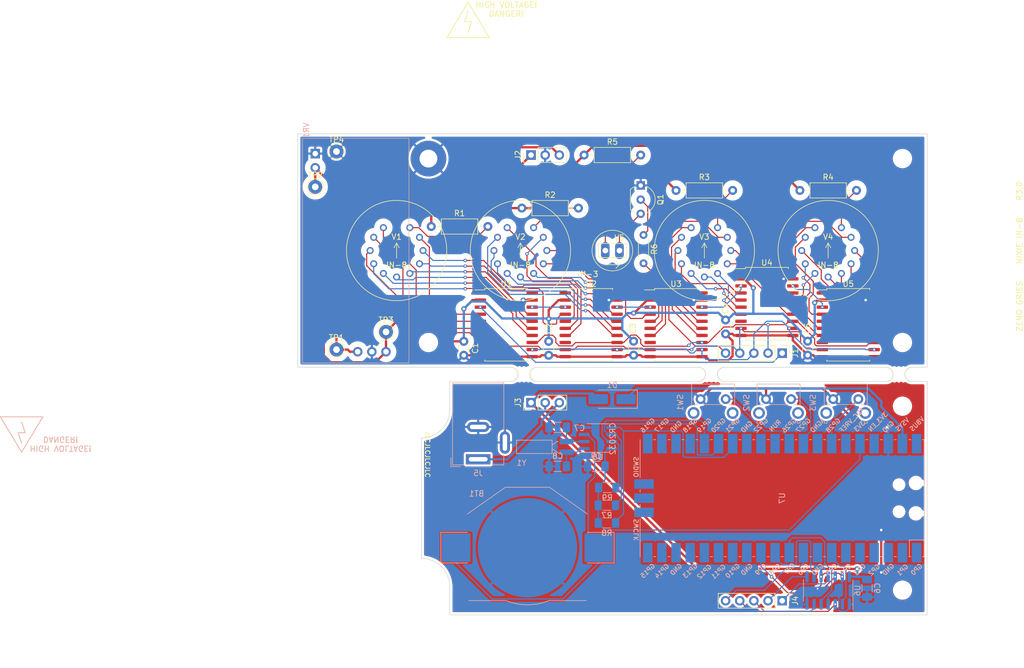
<source format=kicad_pcb>
(kicad_pcb (version 20221018) (generator pcbnew)
  (title_block (title "Nixie IN-8") (date "2023-08-27") (rev "1.0") (comment 2 "creativecommons.org") (comment 3 "Licence: CC BY 4.0") (comment 4 "Author: Zeno Gries"))
  (layers (0 "F.Cu" signal) (31 "B.Cu" signal) (34 "B.Paste" user) (35 "F.Paste" user) (36 "B.SilkS" user "B.Silkscreen") (37 "F.SilkS" user "F.Silkscreen") (38 "B.Mask" user) (39 "F.Mask" user) (44 "Edge.Cuts" user))
  (net 0 "")
  (net 1 "Net-(BT1-+)")
  (net 2 "/MCU_DATA")
  (net 3 "/12V_1")
  (net 4 "/DOT")
  (net 5 "Net-(R1-Pad2)")
  (net 6 "Net-(R2-Pad2)")
  (net 7 "Net-(R3-Pad2)")
  (net 8 "/MFP")
  (net 9 "/SDA")
  (net 10 "/SCL")
  (net 11 "/SWITCH.1")
  (net 12 "/SWITCH.2")
  (net 13 "/SWITCH.3")
  (net 14 "Net-(D1-K)")
  (net 15 "/MCU_DOT")
  (net 16 "/OE")
  (net 17 "Net-(U8-X2)")
  (net 18 "Net-(U8-X1)")
  (net 19 "Net-(J4-Pin_2)")
  (net 20 "/MCU_OE")
  (net 22 "/DATA")
  (net 23 "/CLOCK")
  (net 24 "/LATCH")
  (net 27 "GND2")
  (net 28 "GND1")
  (net 29 "/5V_1")
  (net 30 "/5V_2")
  (net 31 "Net-(Q1-B)")
  (net 32 "Net-(Q1-C)")
  (net 33 "/12V_2")
  (net 35 "/MCU_CLOCK")
  (net 36 "/MCU_LATCH")
  (net 37 "Net-(J4-Pin_3)")
  (net 38 "Net-(J4-Pin_4)")
  (net 39 "/170V")
  (net 40 "/3.3V")
  (net 41 "Net-(U1-DRAIN0)")
  (net 42 "Net-(U1-DRAIN1)")
  (net 43 "Net-(U1-DRAIN2)")
  (net 44 "Net-(U1-DRAIN3)")
  (net 46 "Net-(U1-DRAIN4)")
  (net 47 "Net-(U1-DRAIN6)")
  (net 48 "Net-(U1-DRAIN7)")
  (net 49 "Net-(U1-SEROUT)")
  (net 50 "Net-(U2-DRAIN0)")
  (net 51 "Net-(U2-DRAIN1)")
  (net 52 "Net-(U2-DRAIN2)")
  (net 53 "Net-(U2-DRAIN3)")
  (net 55 "Net-(U2-DRAIN4)")
  (net 56 "Net-(U2-DRAIN6)")
  (net 57 "Net-(U2-DRAIN7)")
  (net 58 "Net-(U2-SEROUT)")
  (net 59 "Net-(U3-DRAIN0)")
  (net 60 "Net-(U3-DRAIN1)")
  (net 61 "Net-(U3-DRAIN2)")
  (net 62 "Net-(U3-DRAIN3)")
  (net 64 "Net-(U3-DRAIN4)")
  (net 65 "Net-(U3-DRAIN6)")
  (net 66 "Net-(U3-DRAIN7)")
  (net 67 "Net-(U3-SEROUT)")
  (net 68 "Net-(U4-DRAIN0)")
  (net 69 "Net-(U4-DRAIN1)")
  (net 70 "Net-(U4-DRAIN2)")
  (net 71 "Net-(U4-DRAIN3)")
  (net 73 "Net-(U4-DRAIN4)")
  (net 74 "Net-(U4-DRAIN6)")
  (net 75 "Net-(U4-DRAIN7)")
  (net 76 "Net-(U4-SEROUT)")
  (net 77 "Net-(R4-Pad2)")
  (net 78 "Net-(R5-Pad2)")
  (net 81 "Net-(U5-DRAIN0)")
  (net 100 "Net-(U5-DRAIN1)")
  (net 101 "Net-(U5-DRAIN2)")
  (net 102 "Net-(U5-DRAIN3)")
  (net 104 "Net-(U5-DRAIN4)")
  (net 105 "Net-(U5-DRAIN6)")
  (net 106 "Net-(U5-DRAIN7)")
  (net 113 "Net-(U1-DRAIN5)")
  (net 114 "Net-(U2-DRAIN5)")
  (net 115 "Net-(U3-DRAIN5)")
  (net 116 "Net-(U4-DRAIN5)")
  (net 117 "Net-(U5-DRAIN5)")
  (net 118 "Net-(J4-Pin_1)")
  (footprint "Panelization:mouse-bite-2.54mm-slot" (layer "F.Cu") (at 186.055 88.265)
    (fp_text reference "mouse-bite-2.54mm-slot" hide)
    (fp_text value "VAL**" hide)
  )
  (footprint "Capacitor_THT:C_Disc_D3.0mm_W1.6mm_P2.50mm" (layer "F.Cu") (at 123.19 82.336 -90)
    (fp_text reference "C2")
    (fp_text value "0.1µF")
  )
  (footprint "Resistor_THT:R_Axial_DIN0207_L6.3mm_D2.5mm_P10.16mm_Horizontal" (layer "F.Cu") (at 102.108 61.722)
    (fp_text reference "R1")
    (fp_text value "8.66k")
  )
  (footprint "Resistor_THT:R_Axial_DIN0207_L6.3mm_D2.5mm_P10.16mm_Horizontal" (layer "F.Cu") (at 146.05 55.245)
    (fp_text reference "R3")
    (fp_text value "8.66k")
  )
  (footprint "TestPoint:TestPoint_THTPad_D2.5mm_Drill1.2mm" (layer "F.Cu") (at 93.98 80.645)
    (fp_text reference "TP3")
    (fp_text value "5V")
  )
  (footprint "Resistor_THT:R_Axial_DIN0207_L6.3mm_D2.5mm_P10.16mm_Horizontal" (layer "F.Cu") (at 118.364 58.42)
    (fp_text reference "R2")
    (fp_text value "8.66k")
  )
  (footprint "Package_SO:SOIC-20W_7.5x12.8mm_P1.27mm" (layer "F.Cu") (at 115.57 79.375)
    (fp_text reference "U1")
    (fp_text value "TPIC6B595")
  )
  (footprint "Package_SO:SOIC-20W_7.5x12.8mm_P1.27mm" (layer "F.Cu") (at 176.96 79.375)
    (fp_text reference "U5")
    (fp_text value "TPIC6B595")
  )
  (footprint "Package_SO:SOIC-20W_7.5x12.8mm_P1.27mm" (layer "F.Cu") (at 146.05 79.375)
    (fp_text reference "U3")
    (fp_text value "TPIC6B595")
  )
  (footprint "MountingHole:MountingHole_3.2mm_M3" (layer "F.Cu") (at 186.69 82.55)
    (fp_text reference "REF**" hide)
    (fp_text value "MountingHole_3.2mm_M3")
  )
  (footprint "Resistor_THT:R_Axial_DIN0204_L3.6mm_D1.6mm_P5.08mm_Horizontal" (layer "F.Cu") (at 140.208 63.246 -90)
    (fp_text reference "R6")
    (fp_text value "13.5k")
  )
  (footprint "Package_TO_SOT_THT:TO-92_Inline_Wide" (layer "F.Cu") (at 139.7 54.356 -90)
    (fp_text reference "Q1")
    (fp_text value "MPSA42")
  )
  (footprint "Capacitor_THT:C_Disc_D3.0mm_W1.6mm_P2.50mm" (layer "F.Cu") (at 169.672 82.316 -90)
    (fp_text reference "C5")
    (fp_text value "0.1µF")
  )
  (footprint "MountingHole:MountingHole_3.2mm_M3" (layer "F.Cu") (at 186.69 127)
    (fp_text reference "REF**" hide)
    (fp_text value "MountingHole_3.2mm_M3")
  )
  (footprint "Panelization:mouse-bite-2.54mm-slot" (layer "F.Cu") (at 118.745 88.265)
    (fp_text reference "mouse-bite-2.54mm-slot" hide)
    (fp_text value "VAL**" hide)
  )
  (footprint "Panelization:mouse-bite-2.54mm-slot" (layer "F.Cu") (at 152.4 88.265)
    (fp_text reference "mouse-bite-2.54mm-slot" hide)
    (fp_text value "VAL**" hide)
  )
  (footprint "MountingHole:MountingHole_3.2mm_M3" (layer "F.Cu") (at 186.69 49.53)
    (fp_text reference "REF**" hide)
    (fp_text value "MountingHole_3.2mm_M3")
  )
  (footprint "Nixie:IN-8" (layer "F.Cu") (at 151.13 66.04)
    (fp_text reference "V3")
    (fp_text value "IN-8")
  )
  (footprint "Package_SO:SOIC-20W_7.5x12.8mm_P1.27mm" (layer "F.Cu") (at 130.81 79.375)
    (fp_text reference "U2")
    (fp_text value "TPIC6B595")
  )
  (footprint "Connector_PinHeader_2.54mm:PinHeader_1x05_P2.54mm_Vertical" (layer "F.Cu") (at 165.1 84.455 -90)
    (fp_text reference "J1")
    (fp_text value "Conn_01x05_Pin")
  )
  (footprint "Nixie:IN-8" (layer "F.Cu") (at 95.885 66.04)
    (fp_text reference "V1")
    (fp_text value "IN-8")
  )
  (footprint "Connector_PinHeader_2.54mm:PinHeader_1x05_P2.54mm_Vertical" (layer "F.Cu") (at 165.1 128.905 -90)
    (fp_text reference "J4")
    (fp_text value "Conn_01x05_Pin")
  )
  (footprint "TestPoint:TestPoint_THTPad_D2.5mm_Drill1.2mm" (layer "F.Cu") (at 85.09 83.82)
    (fp_text reference "TP1")
    (fp_text value "170V")
  )
  (footprint "TestPoint:TestPoint_THTPad_D2.5mm_Drill1.2mm" (layer "F.Cu") (at 85.09 48.26)
    (fp_text reference "TP4")
    (fp_text value "GND")
  )
  (footprint "Nixie:INS-3" (layer "F.Cu") (at 134.62 66.04)
    (fp_text reference "V5")
    (fp_text value "IN-3")
  )
  (footprint "MountingHole:MountingHole_3.2mm_M3_Pad" (layer "F.Cu") (at 101.6 49.53)
    (fp_text reference "REF**" hide)
    (fp_text value "MountingHole_3.2mm_M3_Pad")
  )
  (footprint "MountingHole:MountingHole_3.2mm_M3" (layer "F.Cu") (at 101.6 82.55)
    (fp_text reference "REF**" hide)
    (fp_text value "MountingHole_3.2mm_M3")
  )
  (footprint "Capacitor_THT:C_Disc_D3.0mm_W1.6mm_P2.50mm" (layer "F.Cu") (at 154.94 78.506 -90)
    (fp_text reference "C4")
    (fp_text value "0.1µF")
  )
  (footprint "Capacitor_THT:C_Disc_D3.0mm_W1.6mm_P2.50mm" (layer "F.Cu") (at 138.43 82.316 -90)
    (fp_text reference "C3")
    (fp_text value "0.1µF")
  )
  (footprint "Package_SO:SOIC-20W_7.5x12.8mm_P1.27mm" (layer "F.Cu") (at 162.355 75.565)
    (fp_text reference "U4")
    (fp_text value "TPIC6B595")
  )
  (footprint "Connector_PinHeader_2.54mm:PinHeader_1x03_P2.54mm_Vertical" (layer "F.Cu") (at 120.015 48.895 90)
    (fp_text reference "J2")
    (fp_text value "Conn_01x03_Pin")
  )
  (footprint "MountingHole:MountingHole_3.2mm_M3" (layer "F.Cu") (at 186.69 93.98)
    (fp_text reference "REF**" hide)
    (fp_text value "MountingHole_3.2mm_M3")
  )
  (footprint "Nixie:IN-8" (layer "F.Cu") (at 173.355 66.04)
    (fp_text reference "V4")
    (fp_text value "IN-8")
  )
  (footprint "Resistor_THT:R_Axial_DIN0207_L6.3mm_D2.5mm_P10.16mm_Horizontal" (layer "F.Cu") (at 129.54 48.895)
    (fp_text reference "R5")
    (fp_text value "162k")
  )
  (footprint "TestPoint:TestPoint_THTPad_D2.5mm_Drill1.2mm" (layer "F.Cu") (at 81.28 54.61)
    (fp_text reference "TP2")
    (fp_text value "12V")
  )
  (footprint "Capacitor_THT:C_Disc_D3.0mm_W1.6mm_P2.50mm" (layer "F.Cu") (at 107.95 82.336 -90)
    (fp_text reference "C1")
    (fp_text value "0.1µF")
  )
  (footprint "Resistor_THT:R_Axial_DIN0207_L6.3mm_D2.5mm_P10.16mm_Horizontal" (layer "F.Cu") (at 168.275 55.245)
    (fp_text reference "R4")
    (fp_text value "8.66k")
  )
  (footprint "Connector_PinHeader_2.54mm:PinHeader_1x03_P2.54mm_Vertical" (layer "F.Cu") (at 120.015 93.345 90)
    (fp_text reference "J3")
    (fp_text value "Conn_01x03_Pin")
  )
  (footprint "Nixie:IN-8" (layer "F.Cu") (at 118.11 66.04)
    (fp_text reference "V2")
    (fp_text value "IN-8")
  )
  (footprint "Capacitor_SMD:C_1206_3216Metric_Pad1.33x1.80mm_HandSolder" (layer "B.Cu") (at 124.8025 104.775 180)
    (fp_text reference "C8")
    (fp_text value "6pF")
  )
  (footprint "Package_SO:SO-14_3.9x8.65mm_P1.27mm" (layer "B.Cu") (at 173.355 127.065 90)
    (fp_text reference "U6")
    (fp_text value "SN74AHCT125")
  )
  (footprint "MCU_RaspberryPi_and_Boards:RPi_Pico_SMD" (layer "B.Cu") (at 165.1 110.49 90)
    (fp_text reference "U7")
    (fp_text value "Pico")
  )
  (footprint "Connector_BarrelJack:BarrelJack_Wuerth_6941xx301002" (layer "B.Cu") (at 110.525 103.505)
    (fp_text reference "J5")
    (fp_text value "Barrel_Jack_Switch")
  )
  (footprint "Capacitor_SMD:C_1206_3216Metric_Pad1.33x1.80mm_HandSolder" (layer "B.Cu") (at 124.8025 97.79 180)
    (fp_text reference "C7")
    (fp_text value "6pF")
  )
  (footprint "Nixie:NIXIE-PSU-2" (layer "B.Cu") (at 87.94 65.416 -90)
    (fp_text reference "VR1")
    (fp_text value "NIXIE PSU")
  )
  (footprint "Capacitor_SMD:C_1206_3216Metric_Pad1.33x1.80mm_HandSolder" (layer "B.Cu") (at 131.7375 104.775 180)
    (fp_text reference "C9")
    (fp_text value "0.1µF")
  )
  (footprint "Resistor_SMD:R_1206_3216Metric_Pad1.30x1.75mm_HandSolder" (layer "B.Cu") (at 133.63 111.76)
    (fp_text reference "R7")
    (fp_text value "10k")
  )
  (footprint "Resistor_SMD:R_1206_3216Metric_Pad1.30x1.75mm_HandSolder" (layer "B.Cu") (at 133.63 114.935)
    (fp_text reference "R8")
    (fp_text value "10k")
  )
  (footprint "Capacitor_SMD:C_1206_3216Metric_Pad1.33x1.80mm_HandSolder" (layer "B.Cu") (at 180.34 126.6575 90)
    (fp_text reference "C6")
    (fp_text value "0.1µF")
  )
  (footprint "Nixie:Crystal_DS26_D2.0mm_L6.0mm_Horizontal_SMT" (layer "B.Cu") (at 125.603 102.235 90)
    (fp_text reference "Y1")
    (fp_text value "32.768kHz")
  )
  (footprint "Button_Switch_THT:SW_Tactile_SPST_Angled_PTS645Vx83-2LFS" (layer "B.Cu") (at 166.7 92.71 180)
    (fp_text reference "SW2")
    (fp_text value "SW_SPST")
  )
  (footprint "Diode_SMD:D_SMA_Handsoldering" (layer "B.Cu") (at 134.58 92.71 180)
    (fp_text reference "D1")
    (fp_text value "D")
  )
  (footprint "Battery:BatteryHolder_Keystone_3002_1x2032" (layer "B.Cu") (at 119.38 119.38)
    (fp_text reference "BT1")
    (fp_text value "CR2032")
  )
  (footprint "Button_Switch_THT:SW_Tactile_SPST_Angled_PTS645Vx83-2LFS" (layer "B.Cu") (at 178.765 92.71 180)
    (fp_text reference "SW3")
    (fp_text value "SW_SPST")
  )
  (footprint "Resistor_SMD:R_1206_3216Metric_Pad1.30x1.75mm_HandSolder" (layer "B.Cu") (at 133.705 108.585)
    (fp_text reference "R9")
    (fp_text value "10k")
  )
  (footprint "Button_Switch_THT:SW_Tactile_SPST_Angled_PTS645Vx83-2LFS" (layer "B.Cu") (at 154.96 92.71 180)
    (fp_text reference "SW1")
    (fp_text value "SW_SPST")
  )
  (footprint "Package_SO:SOIC-8_3.9x4.9mm_P1.27mm" (layer "B.Cu") (at 132.015 99.695)
    (fp_text reference "U8")
    (fp_text value "MCP7940N-xP")
  )
  (gr_line (start 27.94 98.7425) (end 28.575 100.6475) (stroke (width 0.1524)) (layer "B.SilkS"))
  (gr_line (start 28.575 102.235) (end 24.765 95.885) (stroke (width 0.1524)) (layer "B.SilkS"))
  (gr_line (start 29.21 98.7425) (end 27.94 98.7425) (stroke (width 0.1524)) (layer "B.SilkS"))
  (gr_line (start 28.575 96.8375) (end 29.21 98.7425) (stroke (width 0.1524)) (layer "B.SilkS"))
  (gr_line (start 24.765 95.885) (end 28.575 95.885) (stroke (width 0.1524)) (layer "B.SilkS"))
  (gr_line (start 28.448 95.885) (end 32.385 95.885) (stroke (width 0.1524)) (layer "B.SilkS"))
  (gr_line (start 32.385 95.885) (end 28.575 102.235) (stroke (width 0.1524)) (layer "B.SilkS"))
  (gr_line (start 104.902 27.813) (end 108.712 21.463) (stroke (width 0.1524)) (layer "F.SilkS"))
  (gr_line (start 108.077 24.9555) (end 109.347 24.9555) (stroke (width 0.1524)) (layer "F.SilkS"))
  (gr_line (start 112.522 27.813) (end 108.585 27.813) (stroke (width 0.1524)) (layer "F.SilkS"))
  (gr_line (start 108.712 21.463) (end 112.522 27.813) (stroke (width 0.1524)) (layer "F.SilkS"))
  (gr_line (start 108.712 23.0505) (end 108.077 24.9555) (stroke (width 0.1524)) (layer "F.SilkS"))
  (gr_line (start 108.712 27.813) (end 104.902 27.813) (stroke (width 0.1524)) (layer "F.SilkS"))
  (gr_line (start 109.347 24.9555) (end 108.712 26.8605) (stroke (width 0.1524)) (layer "F.SilkS"))
  (gr_line (start 116.4082 89.535) (end 105.41 89.535) (stroke (width 0.1)) (layer "Edge.Cuts"))
  (gr_line (start 78.105 45.085) (end 78.105 86.995) (stroke (width 0.1)) (layer "Edge.Cuts"))
  (gr_line (start 191.135 89.535) (end 188.3918 89.535) (stroke (width 0.1)) (layer "Edge.Cuts"))
  (gr_line (start 121.0818 86.995) (end 150.0632 86.995) (stroke (width 0.1)) (layer "Edge.Cuts"))
  (gr_line (start 100.33 99.695) (end 100.33 121.285) (stroke (width 0.1)) (layer "Edge.Cuts"))
  (gr_line (start 191.135 86.995) (end 191.135 45.085) (stroke (width 0.1)) (layer "Edge.Cuts"))
  (gr_line (start 105.41 89.535) (end 105.41 94.615) (stroke (width 0.1)) (layer "Edge.Cuts"))
  (gr_line (start 154.7368 86.995) (end 183.7182 86.995) (stroke (width 0.1)) (layer "Edge.Cuts"))
  (gr_arc (start 183.7182 86.995) (mid 184.9882 88.265) (end 183.7182 89.535) (stroke (width 0.1)) (layer "Edge.Cuts"))
  (gr_line (start 183.7182 89.535) (end 154.7368 89.535) (stroke (width 0.1)) (layer "Edge.Cuts"))
  (gr_arc (start 188.3918 89.535) (mid 187.1218 88.265) (end 188.3918 86.995) (stroke (width 0.1)) (layer "Edge.Cuts"))
  (gr_arc (start 150.0632 86.995) (mid 151.3332 88.265) (end 150.0632 89.535) (stroke (width 0.1)) (layer "Edge.Cuts"))
  (gr_line (start 150.0632 89.535) (end 121.0818 89.535) (stroke (width 0.1)) (layer "Edge.Cuts"))
  (gr_arc (start 105.41 94.615) (mid 103.922102 98.207102) (end 100.33 99.695) (stroke (width 0.1)) (layer "Edge.Cuts"))
  (gr_line (start 105.41 131.445) (end 105.41 126.365) (stroke (width 0.1)) (layer "Edge.Cuts"))
  (gr_line (start 78.105 86.995) (end 116.4082 86.995) (stroke (width 0.1)) (layer "Edge.Cuts"))
  (gr_line (start 191.135 131.445) (end 191.135 89.535) (stroke (width 0.1)) (layer "Edge.Cuts"))
  (gr_line (start 188.3918 86.995) (end 191.135 86.995) (stroke (width 0.1)) (layer "Edge.Cuts"))
  (gr_arc (start 154.7368 89.535) (mid 153.4668 88.265) (end 154.7368 86.995) (stroke (width 0.1)) (layer "Edge.Cuts"))
  (gr_line (start 105.41 131.445) (end 191.135 131.445) (stroke (width 0.1)) (layer "Edge.Cuts"))
  (gr_arc (start 116.4082 86.995) (mid 117.6782 88.265) (end 116.4082 89.535) (stroke (width 0.1)) (layer "Edge.Cuts"))
  (gr_arc (start 100.33 121.285) (mid 103.922102 122.772898) (end 105.41 126.365) (stroke (width 0.1)) (layer "Edge.Cuts"))
  (gr_line (start 191.135 45.085) (end 78.105 45.085) (stroke (width 0.1)) (layer "Edge.Cuts"))
  (gr_arc (start 121.0818 89.535) (mid 119.8118 88.265) (end 121.0818 86.995) (stroke (width 0.1)) (layer "Edge.Cuts"))
  (gr_text "HIGH VOLTAGE!\nDANGER!" (at 35.56 99.3775 180) (layer "B.SilkS") (effects (font (size 1 1) (thickness 0.1524)) (justify bottom mirror)))
  (gr_text "NIXIE IN-8" (at 208.28 68.58 90) (layer "F.SilkS") (effects (font (size 1 1) (thickness 0.1524)) (justify left bottom)))
  (gr_text "R3.0" (at 208.28 57.15 90) (layer "F.SilkS") (effects (font (size 1 1) (thickness 0.1524)) (justify left bottom)))
  (gr_text "HIGH VOLTAGE!\nDANGER!" (at 115.57 24.13) (layer "F.SilkS") (effects (font (size 1 1) (thickness 0.1524)) (justify bottom)))
  (gr_text "ZENO GRIES" (at 208.28 80.645 90) (layer "F.SilkS") (effects (font (size 1 1) (thickness 0.1524)) (justify left bottom)))
  (gr_text "JLCJLCJLCJLC" (at 100.965 98.425 -90) (layer "F.SilkS") (effects (font (size 0.8 0.8) (thickness 0.1524) bold) (justify left bottom)))
  (segment (start 129.54 99.06) (end 130.125 99.06) (width 0.2032) (layer "B.Cu") (net 1))
  (segment (start 106.58 119.38) (end 106.58 122.1332) (width 0.2032) (layer "B.Cu") (net 1))
  (segment (start 106.58 122.1332) (end 113.0316 128.5848) (width 0.2032) (layer "B.Cu") (net 1))
  (segment (start 130.275 117.475) (end 132.18 119.38) (width 0.2032) (layer "B.Cu") (net 1))
  (segment (start 125.7284 128.5848) (end 132.18 122.1332) (width 0.2032) (layer "B.Cu") (net 1))
  (segment (start 132.18 122.1332) (end 132.18 119.38) (width 0.2032) (layer "B.Cu") (net 1))
  (segment (start 131.445 100.38) (end 131.445 106.68) (width 0.2032) (layer "B.Cu") (net 1))
  (segment (start 130.275 107.85) (end 130.275 117.475) (width 0.2032) (layer "B.Cu") (net 1))
  (segment (start 113.0316 128.5848) (end 125.7284 128.5848) (width 0.2032) (layer "B.Cu") (net 1))
  (segment (start 131.445 106.68) (end 130.275 107.85) (width 0.2032) (layer "B.Cu") (net 1))
  (segment (start 130.125 99.06) (end 131.445 100.38) (width 0.2032) (layer "B.Cu") (net 1))
  (segment (start 163.195 124.589782) (end 166.113218 127.508) (width 0.2032) (layer "F.Cu") (net 2))
  (segment (start 166.113218 127.508) (end 171.707 127.508) (width 0.2032) (layer "F.Cu") (net 2))
  (segment (start 171.707 127.508) (end 174.625 124.59) (width 0.2032) (layer "F.Cu") (net 2))
  (via (at 174.625 124.59) (size 0.6096) (drill 0.3048) (layers "F.Cu" "B.Cu") (net 2))
  (via (at 163.195 124.589782) (size 0.6096) (drill 0.3048) (layers "F.Cu" "B.Cu") (net 2))
  (segment (start 163.195 124.589782) (end 161.29 122.684782) (width 0.2032) (layer "B.Cu") (net 2))
  (segment (start 161.29 122.684782) (end 161.29 119.38) (width 0.2032) (layer "B.Cu") (net 2))
  (segment (start 114.3 47.498) (end 123.698 47.498) (width 0.4064) (layer "F.Cu") (net 3))
  (segment (start 104.648 53.594) (end 106.934 51.308) (width 0.4064) (layer "F.Cu") (net 3))
  (segment (start 106.934 51.308) (end 110.49 51.308) (width 0.4064) (layer "F.Cu") (net 3))
  (segment (start 110.49 51.308) (end 114.3 47.498) (width 0.4064) (layer "F.Cu") (net 3))
  (segment (start 81.28 54.61) (end 81.28 51.181) (width 0.4064) (layer "F.Cu") (net 3))
  (segment (start 123.698 47.498) (end 125.095 48.895) (width 0.4064) (layer "F.Cu") (net 3))
  (segment (start 81.28 51.181) (end 83.693 53.594) (width 0.4064) (layer "F.Cu") (net 3))
  (segment (start 83.693 53.594) (end 104.648 53.594) (width 0.4064) (layer "F.Cu") (net 3))
  (segment (start 149.5092 83.2152) (end 144.7618 78.4678) (width 0.2032) (layer "F.Cu") (net 4))
  (segment (start 154.94 84.455) (end 153.7002 83.2152) (width 0.2032) (layer "F.Cu") (net 4))
  (segment (start 141.799845 69.917845) (end 140.208 68.326) (width 0.2032) (layer "F.Cu") (net 4))
  (segment (start 153.7002 83.2152) (end 149.5092 83.2152) (width 0.2032) (layer "F.Cu") (net 4))
  (segment (start 142.199711 69.917845) (end 141.799845 69.917845) (width 0.2032) (layer "F.Cu") (net 4))
  (segment (start 144.7618 78.4678) (end 144.7618 72.479933) (width 0.2032) (layer "F.Cu") (net 4))
  (segment (start 144.7618 72.479933) (end 142.199711 69.917845) (width 0.2032) (layer "F.Cu") (net 4))
  (segment (start 98.26 61.93) (end 99.867961 61.93) (width 0.2032) (layer "F.Cu") (net 5))
  (segment (start 101.437961 63.5) (end 110.49 63.5) (width 0.2032) (layer "F.Cu") (net 5))
  (segment (start 99.867961 61.93) (end 101.437961 63.5) (width 0.2032) (layer "F.Cu") (net 5))
  (segment (start 110.49 63.5) (end 112.268 61.722) (width 0.2032) (layer "F.Cu") (net 5))
  (segment (start 120.485 61.887) (end 123.952 58.42) (width 0.2032) (layer "F.Cu") (net 6))
  (segment (start 120.485 61.93) (end 120.485 61.887) (width 0.2032) (layer "F.Cu") (net 6))
  (segment (start 123.952 58.42) (end 128.524 58.42) (width 0.2032) (layer "F.Cu") (net 6))
  (segment (start 153.505 61.93) (end 153.505 57.95) (width 0.2032) (layer "F.Cu") (net 7))
  (segment (start 153.505 57.95) (end 156.21 55.245) (width 0.2032) (layer "F.Cu") (net 7))
  (segment (start 150.495 96.52) (end 151.13 97.155) (width 0.2032) (layer "B.Cu") (net 8))
  (segment (start 149.795977 96.52) (end 150.495 96.52) (width 0.2032) (layer "B.Cu") (net 8))
  (segment (start 148.604023 96.52) (end 148.638823 96.5548) (width 0.2032) (layer "B.Cu") (net 8))
  (segment (start 135.255 108.585) (end 135.7698 108.0702) (width 0.2032) (layer "B.Cu") (net 8))
  (segment (start 135.7698 108.0702) (end 135.7698 100.962835) (width 0.2032) (layer "B.Cu") (net 8))
  (segment (start 151.13 97.155) (end 151.13 101.6) (width 0.2032) (layer "B.Cu") (net 8))
  (segment (start 148.638823 96.5548) (end 149.761177 96.5548) (width 0.2032) (layer "B.Cu") (net 8))
  (segment (start 132.8038 97.28328) (end 133.56708 96.52) (width 0.2032) (layer "B.Cu") (net 8))
  (segment (start 133.911408 100.33) (end 132.8038 99.222392) (width 0.2032) (layer "B.Cu") (net 8))
  (segment (start 133.56708 96.52) (end 148.604023 96.52) (width 0.2032) (layer "B.Cu") (net 8))
  (segment (start 135.7698 100.962835) (end 135.136965 100.33) (width 0.2032) (layer "B.Cu") (net 8))
  (segment (start 149.761177 96.5548) (end 149.795977 96.52) (width 0.2032) (layer "B.Cu") (net 8))
  (segment (start 134.49 100.33) (end 133.911408 100.33) (width 0.2032) (layer "B.Cu") (net 8))
  (segment (start 132.8038 99.222392) (end 132.8038 97.28328) (width 0.2032) (layer "B.Cu") (net 8))
  (segment (start 135.136965 100.33) (end 134.49 100.33) (width 0.2032) (layer "B.Cu") (net 8))
  (segment (start 146.9846 98.425) (end 147.32 98.7604) (width 0.2032) (layer "B.Cu") (net 9))
  (segment (start 147.6112 103.1612) (end 154.6488 103.1612) (width 0.2032) (layer "B.Cu") (net 9))
  (segment (start 147.32 102.87) (end 147.6112 103.1612) (width 0.2032) (layer "B.Cu") (net 9))
  (segment (start 154.6488 103.1612) (end 156.21 101.6) (width 0.2032) (layer "B.Cu") (net 9))
  (segment (start 136.6162 98.425) (end 136.6162 113.300304) (width 0.2032) (layer "B.Cu") (net 9))
  (segment (start 134.49 97.79) (end 135.9812 97.79) (width 0.2032) (layer "B.Cu") (net 9))
  (segment (start 147.32 98.7604) (end 147.32 102.87) (width 0.2032) (layer "B.Cu") (net 9))
  (segment (start 135.9812 97.79) (end 136.6162 98.425) (width 0.2032) (layer "B.Cu") (net 9))
  (segment (start 135.18 114.736504) (end 135.18 114.935) (width 0.2032) (layer "B.Cu") (net 9))
  (segment (start 136.6162 98.425) (end 146.9846 98.425) (width 0.2032) (layer "B.Cu") (net 9))
  (segment (start 136.6162 113.300304) (end 135.18 114.736504) (width 0.2032) (layer "B.Cu") (net 9))
  (segment (start 135.18 111.534402) (end 135.18 111.76) (width 0.2032) (layer "B.Cu") (net 10))
  (segment (start 149.225 97.155) (end 149.86 97.79) (width 0.2032) (layer "B.Cu") (net 10))
  (segment (start 152.5152 102.7548) (end 153.67 101.6) (width 0.2032) (layer "B.Cu") (net 10))
  (segment (start 133.911408 99.06) (end 133.2102 98.358792) (width 0.2032) (layer "B.Cu") (net 10))
  (segment (start 136.2098 100.1418) (end 136.2098 110.504602) (width 0.2032) (layer "B.Cu") (net 10))
  (segment (start 133.2102 97.451616) (end 133.506816 97.155) (width 0.2032) (layer "B.Cu") (net 10))
  (segment (start 149.86 97.79) (end 149.86 102.6396) (width 0.2032) (layer "B.Cu") (net 10))
  (segment (start 133.2102 98.358792) (end 133.2102 97.451616) (width 0.2032) (layer "B.Cu") (net 10))
  (segment (start 149.9752 102.7548) (end 152.5152 102.7548) (width 0.2032) (layer "B.Cu") (net 10))
  (segment (start 133.506816 97.155) (end 149.225 97.155) (width 0.2032) (layer "B.Cu") (net 10))
  (segment (start 134.49 99.06) (end 135.128 99.06) (width 0.2032) (layer "B.Cu") (net 10))
  (segment (start 135.128 99.06) (end 136.2098 100.1418) (width 0.2032) (layer "B.Cu") (net 10))
  (segment (start 149.86 102.6396) (end 149.9752 102.7548) (width 0.2032) (layer "B.Cu") (net 10))
  (segment (start 134.49 99.06) (end 133.911408 99.06) (width 0.2032) (layer "B.Cu") (net 10))
  (segment (start 136.2098 110.504602) (end 135.18 111.534402) (width 0.2032) (layer "B.Cu") (net 10))
  (segment (start 165.040502 98.425) (end 166.37 99.754498) (width 0.2032) (layer "B.Cu") (net 11))
  (segment (start 156.197436 92.71) (end 161.912436 98.425) (width 0.2032) (layer "B.Cu") (net 11))
  (segment (start 161.912436 98.425) (end 165.040502 98.425) (width 0.2032) (layer "B.Cu") (net 11))
  (segment (start 154.96 92.71) (end 156.197436 92.71) (width 0.2032) (layer "B.Cu") (net 11))
  (segment (start 166.37 99.754498) (end 166.37 101.6) (width 0.2032) (layer "B.Cu") (net 11))
  (segment (start 169.545 99.147772) (end 169.545 100.965) (width 0.2032) (layer "B.Cu") (net 12))
  (segment (start 170.18 94.952564) (end 170.18 98.512772) (width 0.2032) (layer "B.Cu") (net 12))
  (segment (start 169.545 100.965) (end 168.91 101.6) (width 0.2032) (layer "B.Cu") (net 12))
  (segment (start 167.937436 92.71) (end 170.18 94.952564) (width 0.2032) (layer "B.Cu") (net 12))
  (segment (start 170.18 98.512772) (end 169.545 99.147772) (width 0.2032) (layer "B.Cu") (net 12))
  (segment (start 166.7 92.71) (end 167.937436 92.71) (width 0.2032) (layer "B.Cu") (net 12))
  (segment (start 173.99 97.485) (end 173.99 101.6) (width 0.2032) (layer "B.Cu") (net 13))
  (segment (start 178.765 92.71) (end 173.99 97.485) (width 0.2032) (layer "B.Cu") (net 13))
  (segment (start 182.88 93.100326) (end 182.88 94.1122) (width 0.4064) (layer "B.Cu") (net 14))
  (segment (start 180.584674 90.805) (end 182.88 93.100326) (width 0.4064) (layer "B.Cu") (net 14))
  (segment (start 138.985 90.805) (end 180.584674 90.805) (width 0.4064) (layer "B.Cu") (net 14))
  (segment (start 182.88 94.1122) (end 186.69 97.9222) (width 0.4064) (layer "B.Cu") (net 14))
  (segment (start 186.69 97.9222) (end 186.69 101.6) (width 0.4064) (layer "B.Cu") (net 14))
  (segment (start 137.08 92.71) (end 138.985 90.805) (width 0.4064) (layer "B.Cu") (net 14))
  (segment (start 168.91 122.174) (end 168.91 119.38) (width 0.2032) (layer "B.Cu") (net 15))
  (segment (start 154.94 128.905) (end 156.845 127) (width 0.2032) (layer "B.Cu") (net 15))
  (segment (start 161.925 127) (end 165.989 122.936) (width 0.2032) (layer "B.Cu") (net 15))
  (segment (start 168.148 122.936) (end 168.91 122.174) (width 0.2032) (layer "B.Cu") (net 15))
  (segment (start 156.845 127) (end 161.925 127) (width 0.2032) (layer "B.Cu") (net 15))
  (segment (start 165.989 122.936) (end 168.148 122.936) (width 0.2032) (layer "B.Cu") (net 15))
  (segment (start 155.2396 128.905) (end 154.94 128.905) (width 0.2032) (layer "B.Cu") (net 15))
  (segment (start 137.003788 83.566) (end 139.954 83.566) (width 0.2032) (layer "F.Cu") (net 16))
  (segment (start 139.954 83.566) (end 140.208 83.82) (width 0.2032) (layer "F.Cu") (net 16))
  (segment (start 112.1988 83.2152) (end 121.3152 83.2152) (width 0.2032) (layer "F.Cu") (net 16))
  (segment (start 126.16 83.82) (end 127.762 83.82) (width 0.2032) (layer "F.Cu") (net 16))
  (segment (start 168.402 80.8688) (end 168.402 82.608424) (width 0.2032) (layer "F.Cu") (net 16))
  (segment (start 128.3668 83.2152) (end 136.652988 83.2152) (width 0.2032) (layer "F.Cu") (net 16))
  (segment (start 121.3152 83.2152) (end 121.8312 83.7312) (width 0.2032) (layer "F.Cu") (net 16))
  (segment (start 170.434 83.82) (end 172.31 83.82) (width 0.2032) (layer "F.Cu") (net 16))
  (segment (start 121.8312 83.7312) (end 126.0712 83.7312) (width 0.2032) (layer "F.Cu") (net 16))
  (segment (start 136.652988 83.2152) (end 137.003788 83.566) (width 0.2032) (layer "F.Cu") (net 16))
  (segment (start 169.341049 83.547473) (end 170.161473 83.547473) (width 0.2032) (layer "F.Cu") (net 16))
  (segment (start 126.0712 83.7312) (end 126.16 83.82) (width 0.2032) (layer "F.Cu") (net 16))
  (segment (start 127.762 83.82) (end 128.3668 83.2152) (width 0.2032) (layer "F.Cu") (net 16))
  (segment (start 168.402 82.608424) (end 169.341049 83.547473) (width 0.2032) (layer "F.Cu") (net 16))
  (segment (start 140.208 83.82) (end 141.4 83.82) (width 0.2032) (layer "F.Cu") (net 16))
  (segment (start 111.594 83.82) (end 112.1988 83.2152) (width 0.2032) (layer "F.Cu") (net 16))
  (segment (start 168.148 80.6148) (end 168.402 80.8688) (width 0.2032) (layer "F.Cu") (net 16))
  (segment (start 141.4 83.82) (end 148.844 83.82) (width 0.2032) (layer "F.Cu") (net 16))
  (segment (start 170.161473 83.547473) (end 170.434 83.82) (width 0.2032) (layer "F.Cu") (net 16))
  (segment (start 158.3098 80.6148) (end 168.148 80.6148) (width 0.2032) (layer "F.Cu") (net 16))
  (segment (start 157.705 80.01) (end 158.3098 80.6148) (width 0.2032) (layer "F.Cu") (net 16))
  (segment (start 110.92 83.82) (end 111.594 83.82) (width 0.2032) (layer "F.Cu") (net 16))
  (via (at 148.844 83.82) (size 0.6096) (drill 0.3048) (layers "F.Cu" "B.Cu") (net 16))
  (via (at 157.705 80.01) (size 0.6096) (drill 0.3048) (layers "F.Cu" "B.Cu") (net 16))
  (segment (start 157.48 84.455) (end 157.48 80.235) (width 0.2032) (layer "B.Cu") (net 16))
  (segment (start 156.1846 83.1596) (end 157.48 84.455) (width 0.2032) (layer "B.Cu") (net 16))
  (segment (start 149.5044 83.1596) (end 156.1846 83.1596) (width 0.2032) (layer "B.Cu") (net 16))
  (segment (start 148.844 83.82) (end 149.5044 83.1596) (width 0.2032) (layer "B.Cu") (net 16))
  (segment (start 157.48 80.235) (end 157.705 80.01) (width 0.2032) (layer "B.Cu") (net 16))
  (segment (start 126.365 100.33) (end 126.365 97.79) (width 0.2032) (layer "B.Cu") (net 17))
  (segment (start 129.54 100.33) (end 126.365 100.33) (width 0.2032) (layer "B.Cu") (net 17))
  (segment (start 128.22 102.235) (end 126.365 102.235) (width 0.2032) (layer "B.Cu") (net 18))
  (segment (start 128.855 101.6) (end 128.22 102.235) (width 0.2032) (layer "B.Cu") (net 18))
  (segment (start 129.54 101.6) (end 128.855 101.6) (width 0.2032) (layer "B.Cu") (net 18))
  (segment (start 126.365 102.235) (end 126.365 104.775) (width 0.2032) (layer "B.Cu") (net 18))
  (segment (start 166.875 124.59) (end 169.545 124.59) (width 0.2032) (layer "B.Cu") (net 19))
  (segment (start 162.56 128.905) (end 166.875 124.59) (width 0.2032) (layer "B.Cu") (net 19))
  (segment (start 176.53 128.27) (end 176.53 122.978616) (width 0.2032) (layer "B.Cu") (net 20))
  (segment (start 176.233384 122.682) (end 175.514 122.682) (width 0.2032) (layer "B.Cu") (net 20))
  (segment (start 173.99 121.158) (end 173.99 119.38) (width 0.2032) (layer "B.Cu") (net 20))
  (segment (start 175.895 129.54) (end 175.895 128.905) (width 0.2032) (layer "B.Cu") (net 20))
  (segment (start 175.514 122.682) (end 173.99 121.158) (width 0.2032) (layer "B.Cu") (net 20))
  (segment (start 176.53 122.978616) (end 176.233384 122.682) (width 0.2032) (layer "B.Cu") (net 20))
  (segment (start 175.895 128.905) (end 176.53 128.27) (width 0.2032) (layer "B.Cu") (net 20))
  (via (at 110.92 76.2) (size 0.6096) (drill 0.3048) (layers "F.Cu" "B.Cu") (net 22))
  (segment (start 165.1 84.455) (end 163.449 86.106) (width 0.2032) (layer "B.Cu") (net 22))
  (segment (start 163.449 86.106) (end 120.826 86.106) (width 0.2032) (layer "B.Cu") (net 22))
  (segment (start 120.826 86.106) (end 110.92 76.2) (width 0.2032) (layer "B.Cu") (net 22))
  (segment (start 139.7 82.023576) (end 139.7 82.737264) (width 0.2032) (layer "F.Cu") (net 23))
  (segment (start 170.927 81.852553) (end 170.927 82.835184) (width 0.2032) (layer "F.Cu") (net 23))
  (segment (start 124.46 81.788) (end 124.46 82.55) (width 0.2032) (layer "F.Cu") (net 23))
  (segment (start 127.4112 83.1548) (end 128.016 82.55) (width 0.2032) (layer "F.Cu") (net 23))
  (segment (start 167.005 78.74) (end 167.814447 78.74) (width 0.2032) (layer "F.Cu") (net 23))
  (segment (start 180.2432 83.1548) (end 180.848 82.55) (width 0.2032) (layer "F.Cu") (net 23))
  (segment (start 148.1788 83.2152) (end 148.336 83.058) (width 0.2032) (layer "F.Cu") (net 23))
  (segment (start 138.887624 81.2112) (end 139.7 82.023576) (width 0.2032) (layer "F.Cu") (net 23))
  (segment (start 122.477194 81.2312) (end 123.9032 81.2312) (width 0.2032) (layer "F.Cu") (net 23))
  (segment (start 167.814447 78.74) (end 170.927 81.852553) (width 0.2032) (layer "F.Cu") (net 23))
  (segment (start 128.016 82.55) (end 135.46 82.55) (width 0.2032) (layer "F.Cu") (net 23))
  (segment (start 120.22 82.55) (end 121.158394 82.55) (width 0.2032) (layer "F.Cu") (net 23))
  (segment (start 125.0648 83.1548) (end 127.4112 83.1548) (width 0.2032) (layer "F.Cu") (net 23))
  (segment (start 170.927 82.835184) (end 171.246616 83.1548) (width 0.2032) (layer "F.Cu") (net 23))
  (segment (start 156.702016 79.3448) (end 162.56 79.3448) (width 0.2032) (layer "F.Cu") (net 23))
  (segment (start 136.633576 82.55) (end 137.972376 81.2112) (width 0.2032) (layer "F.Cu") (net 23))
  (segment (start 165.7017 79.3448) (end 166.3065 78.74) (width 0.2032) (layer "F.Cu") (net 23))
  (segment (start 121.158394 82.55) (end 122.477194 81.2312) (width 0.2032) (layer "F.Cu") (net 23))
  (segment (start 156.290816 79.756) (end 156.702016 79.3448) (width 0.2032) (layer "F.Cu") (net 23))
  (segment (start 124.46 82.55) (end 125.0648 83.1548) (width 0.2032) (layer "F.Cu") (net 23))
  (segment (start 140.177936 83.2152) (end 148.1788 83.2152) (width 0.2032) (layer "F.Cu") (net 23))
  (segment (start 166.3065 78.74) (end 167.005 78.74) (width 0.2032) (layer "F.Cu") (net 23))
  (segment (start 151.833576 82.55) (end 154.627576 79.756) (width 0.2032) (layer "F.Cu") (net 23))
  (segment (start 139.7 82.737264) (end 140.177936 83.2152) (width 0.2032) (layer "F.Cu") (net 23))
  (segment (start 123.9032 81.2312) (end 124.46 81.788) (width 0.2032) (layer "F.Cu") (net 23))
  (segment (start 137.972376 81.2112) (end 138.887624 81.2112) (width 0.2032) (layer "F.Cu") (net 23))
  (segment (start 135.46 82.55) (end 136.633576 82.55) (width 0.2032) (layer "F.Cu") (net 23))
  (segment (start 150.7 82.55) (end 151.833576 82.55) (width 0.2032) (layer "F.Cu") (net 23))
  (segment (start 171.246616 83.1548) (end 180.2432 83.1548) (width 0.2032) (layer "F.Cu") (net 23))
  (segment (start 154.627576 79.756) (end 156.290816 79.756) (width 0.2032) (layer "F.Cu") (net 23))
  (segment (start 180.848 82.55) (end 181.61 82.55) (width 0.2032) (layer "F.Cu") (net 23))
  (segment (start 162.56 79.3448) (end 165.7017 79.3448) (width 0.2032) (layer "F.Cu") (net 23))
  (via (at 162.56 79.3448) (size 0.6096) (drill 0.3048) (layers "F.Cu" "B.Cu") (net 23))
  (via (at 150.7 82.55) (size 0.6096) (drill 0.3048) (layers "F.Cu" "B.Cu") (net 23))
  (via (at 148.336 83.058) (size 0.6096) (drill 0.3048) (layers "F.Cu" "B.Cu") (net 23))
  (segment (start 148.336 83.058) (end 148.844 82.55) (width 0.2032) (layer "B.Cu") (net 23))
  (segment (start 148.844 82.55) (end 150.7 82.55) (width 0.2032) (layer "B.Cu") (net 23))
  (segment (start 162.56 84.455) (end 162.56 79.3448) (width 0.2032) (layer "B.Cu") (net 23))
  (segment (start 120.2351 83.8243) (end 120.2243 83.8243) (width 0.2032) (layer "F.Cu") (net 24))
  (segment (start 120.2243 83.8243) (end 120.22 83.82) (width 0.2032) (layer "F.Cu") (net 24))
  (via (at 135.46 83.8243) (size 0.6096) (drill 0.3048) (layers "F.Cu" "B.Cu") (net 24))
  (via (at 120.2351 83.8243) (size 0.6096) (drill 0.3048) (layers "F.Cu" "B.Cu") (net 24))
  (via (at 150.7 83.8243) (size 0.6096) (drill 0.3048) (layers "F.Cu" "B.Cu") (net 24))
  (via (at 181.61 83.82) (size 0.6096) (drill 0.3048) (layers "F.Cu" "B.Cu") (net 24))
  (via (at 166.377235 80.0057) (size 0.6096) (drill 0.3048) (layers "F.Cu" "B.Cu") (net 24))
  (segment (start 147.873095 83.7112) (end 135.5731 83.7112) (width 0.2032) (layer "B.Cu") (net 24))
  (segment (start 160.02 81.022695) (end 162.307495 78.7352) (width 0.2032) (layer "B.Cu") (net 24))
  (segment (start 160.02 84.455) (end 160.02 81.022695) (width 0.2032) (layer "B.Cu") (net 24))
  (segment (start 166.377235 80.0057) (end 166.377235 80.583659) (width 0.2032) (layer "B.Cu") (net 24))
  (segment (start 150.7 83.8243) (end 149.81235 83.8243) (width 0.2032) (layer "B.Cu") (net 24))
  (segment (start 169.504776 83.7112) (end 179.9772 83.7112) (width 0.2032) (layer "B.Cu") (net 24))
  (segment (start 121.666 83.82) (end 121.7548 83.7312) (width 0.2032) (layer "B.Cu") (net 24))
  (segment (start 120.2351 83.8243) (end 120.2394 83.82) (width 0.2032) (layer "B.Cu") (net 24))
  (segment (start 149.20705 84.4296) (end 148.591495 84.4296) (width 0.2032) (layer "B.Cu") (net 24))
  (segment (start 120.2394 83.82) (end 121.666 83.82) (width 0.2032) (layer "B.Cu") (net 24))
  (segment (start 165.106735 78.7352) (end 166.377235 80.0057) (width 0.2032) (layer "B.Cu") (net 24))
  (segment (start 162.307495 78.7352) (end 165.106735 78.7352) (width 0.2032) (layer "B.Cu") (net 24))
  (segment (start 151.435336 85.6098) (end 158.8652 85.6098) (width 0.2032) (layer "B.Cu") (net 24))
  (segment (start 135.3669 83.7312) (end 135.46 83.8243) (width 0.2032) (layer "B.Cu") (net 24))
  (segment (start 149.81235 83.8243) (end 149.20705 84.4296) (width 0.2032) (layer "B.Cu") (net 24))
  (segment (start 158.8652 85.6098) (end 160.02 84.455) (width 0.2032) (layer "B.Cu") (net 24))
  (segment (start 150.7 84.874464) (end 151.435336 85.6098) (width 0.2032) (layer "B.Cu") (net 24))
  (segment (start 148.591495 84.4296) (end 147.873095 83.7112) (width 0.2032) (layer "B.Cu") (net 24))
  (segment (start 180.086 83.82) (end 181.61 83.82) (width 0.2032) (layer "B.Cu") (net 24))
  (segment (start 135.5731 83.7112) (end 135.46 83.8243) (width 0.2032) (layer "B.Cu") (net 24))
  (segment (start 121.7548 83.7312) (end 135.3669 83.7312) (width 0.2032) (layer "B.Cu") (net 24))
  (segment (start 150.7 83.8243) (end 150.7 84.874464) (width 0.2032) (layer "B.Cu") (net 24))
  (segment (start 166.377235 80.583659) (end 169.504776 83.7112) (width 0.2032) (layer "B.Cu") (net 24))
  (segment (start 179.9772 83.7112) (end 180.086 83.82) (width 0.2032) (layer "B.Cu") (net 24))
  (segment (start 152.365 90.805) (end 150.46 92.71) (width 0.4064) (layer "F.Cu") (net 27))
  (segment (start 175.2854 123.9804) (end 175.895 124.59) (width 0.2032) (layer "F.Cu") (net 27))
  (segment (start 172.693244 123.9804) (end 175.2854 123.9804) (width 0.2032) (layer "F.Cu") (net 27))
  (segment (start 179.345 97.79) (end 183.896 97.79) (width 0.4064) (layer "F.Cu") (net 27))
  (segment (start 172.080672 126.115328) (end 171.45 126.746) (width 0.2032) (layer "F.Cu") (net 27))
  (segment (start 172.080672 124.592972) (end 172.080672 126.115328) (width 0.2032) (layer "F.Cu") (net 27))
  (segment (start 174.265 92.71) (end 172.36 90.805) (width 0.4064) (layer "F.Cu") (net 27))
  (segment (start 172.36 90.805) (end 162.2 90.805) (width 0.4064) (layer "F.Cu") (net 27))
  (segment (start 162.2 90.805) (end 152.365 90.805) (width 0.4064) (layer "F.Cu") (net 27))
  (segment (start 182.88 123.825) (end 182.88 116.205) (width 0.4064) (layer "F.Cu") (net 27))
  (segment (start 174.265 92.71) (end 179.345 97.79) (width 0.4064) (layer "F.Cu") (net 27))
  (segment (start 162.2 92.71) (end 162.2 90.805) (width 0.4064) (layer "F.Cu") (net 27))
  (segment (start 172.080672 124.592972) (end 172.693244 123.9804) (width 0.2032) (layer "F.Cu") (net 27))
  (via (at 182.88 123.825) (size 0.9144) (drill 0.4572) (layers "F.Cu" "B.Cu") (net 27))
  (via (at 172.080672 124.592972) (size 0.6096) (drill 0.3048) (layers "F.Cu" "B.Cu") (net 27))
  (via (at 183.896 97.79) (size 0.9144) (drill 0.4572) (layers "F.Cu" "B.Cu") (net 27))
  (via (at 182.88 116.205) (size 0.9144) (drill 0.4572) (layers "F.Cu" "B.Cu") (net 27))
  (via (at 175.895 124.59) (size 0.6096) (drill 0.3048) (layers "F.Cu" "B.Cu") (net 27))
  (via (at 171.45 126.746) (size 0.6096) (drill 0.3048) (layers "F.Cu" "B.Cu") (net 27))
  (segment (start 175.556616 130.8198) (end 176.5202 130.8198) (width 0.2032) (layer "B.Cu") (net 27))
  (segment (start 174.785368 126.779368) (end 175.26 127.254) (width 0.2032) (layer "B.Cu") (net 27))
  (segment (start 175.895 125.669736) (end 175.895 124.59) (width 0.2032) (layer "B.Cu") (net 27))
  (segment (start 175.26 130.523184) (end 175.556616 130.8198) (width 0.2032) (layer "B.Cu") (net 27))
  (segment (start 174.785368 126.779368) (end 175.895 125.669736) (width 0.2032) (layer "B.Cu") (net 27))
  (segment (start 177.165 130.175) (end 177.165 129.54) (width 0.2032) (layer "B.Cu") (net 27))
  (segment (start 173.355 128.209736) (end 174.785368 126.779368) (width 0.2032) (layer "B.Cu") (net 27))
  (segment (start 172.085 124.59) (end 172.083644 124.59) (width 0.2032) (layer "B.Cu") (net 27))
  (segment (start 172.083644 124.59) (end 172.080672 124.592972) (width 0.2032) (layer "B.Cu") (net 27))
  (segment (start 173.355 129.54) (end 173.355 128.209736) (width 0.2032) (layer "B.Cu") (net 27))
  (segment (start 175.26 127.254) (end 175.26 130.523184) (width 0.2032) (layer "B.Cu") (net 27))
  (segment (start 176.5202 130.8198) (end 177.165 130.175) (width 0.2032) (layer "B.Cu") (net 27))
  (segment (start 123.19 84.836) (end 124.46 84.836) (width 0.4064) (layer "F.Cu") (net 28))
  (segment (start 172.31 85.09) (end 181.61 85.09) (width 0.4064) (layer "F.Cu") (net 28))
  (segment (start 156.1964 82.2624) (end 156.1964 84.975418) (width 0.4064) (layer "F.Cu") (net 28))
  (segment (start 138.43 84.816) (end 139.68 84.816) (width 0.4064) (layer "F.Cu") (net 28))
  (segment (start 120.22 85.09) (end 121.666 85.09) (width 0.4064) (layer "F.Cu") (net 28))
  (segment (start 170.668 84.816) (end 170.942 85.09) (width 0.4064) (layer "F.Cu") (net 28))
  (segment (start 141.4 85.09) (end 150.7 85.09) (width 0.4064) (layer "F.Cu") (net 28))
  (segment (start 167.005 81.28) (end 167.005 82.149) (width 0.4064) (layer "F.Cu") (net 28))
  (segment (start 124.46 84.836) (end 124.714 85.09) (width 0.4064) (layer "F.Cu") (net 28))
  (segment (start 121.92 84.836) (end 123.19 84.836) (width 0.4064) (layer "F.Cu") (net 28))
  (segment (start 135.46 74.93) (end 133.985 74.93) (width 0.4064) (layer "F.Cu") (net 28))
  (segment (start 151.384 85.09) (end 150.7 85.09) (width 0.4064) (layer "F.Cu") (net 28))
  (segment (start 124.714 85.09) (end 126.16 85.09) (width 0.4064) (layer "F.Cu") (net 28))
  (segment (start 109.474 85.09) (end 110.92 85.09) (width 0.4064) (layer "F.Cu") (net 28))
  (segment (start 110.92 85.09) (end 120.22 85.09) (width 0.4064) (layer "F.Cu") (net 28))
  (segment (start 154.94 81.006) (end 156.19 81.006) (width 0.4064) (layer "F.Cu") (net 28))
  (segment (start 167.005 82.149) (end 169.672 84.816) (width 0.4064) (layer "F.Cu") (net 28))
  (segment (start 139.68 84.816) (end 139.954 85.09) (width 0.4064) (layer "F.Cu") (net 28))
  (segment (start 150.7 74.93) (end 149.225 74.93) (width 0.4064) (layer "F.Cu") (net 28))
  (segment (start 167.005 71.12) (end 165.354 71.12) (width 0.4064) (layer "F.Cu") (net 28))
  (segment (start 135.46 85.09) (end 136.906 85.09) (width 0.4064) (layer "F.Cu") (net 28))
  (segment (start 126.16 85.09) (end 135.46 85.09) (width 0.4064) (layer "F.Cu") (net 28))
  (segment (start 156.19 81.006) (end 156.464 81.28) (width 0.4064) (layer "F.Cu") (net 28))
  (segment (start 136.906 85.09) (end 137.18 84.816) (width 0.4064) (layer "F.Cu") (net 28))
  (segment (start 121.666 85.09) (end 121.92 84.836) (width 0.4064) (layer "F.Cu") (net 28))
  (segment (start 181.61 74.93) (end 180.086 74.93) (width 0.4064) (layer "F.Cu") (net 28))
  (segment (start 137.18 84.816) (end 138.43 84.816) (width 0.4064) (layer "F.Cu") (net 28))
  (segment (start 154.94 81.006) (end 156.1964 82.2624) (width 0.4064) (layer "F.Cu") (net 28))
  (segment (start 169.672 84.816) (end 170.668 84.816) (width 0.4064) (layer "F.Cu") (net 28))
  (segment (start 156.1964 84.975418) (end 155.460418 85.7114) (width 0.4064) (layer "F.Cu") (net 28))
  (segment (start 109.22 84.836) (end 109.474 85.09) (width 0.4064) (layer "F.Cu") (net 28))
  (segment (start 156.464 81.28) (end 157.705 81.28) (width 0.4064) (layer "F.Cu") (net 28))
  (segment (start 152.0054 85.7114) (end 151.384 85.09) (width 0.4064) (layer "F.Cu") (net 28))
  (segment (start 157.705 81.28) (end 167.005 81.28) (width 0.4064) (layer "F.Cu") (net 28))
  (segment (start 170.942 85.09) (end 172.31 85.09) (width 0.4064) (layer "F.Cu") (net 28))
  (segment (start 118.618 74.93) (end 120.22 74.93) (width 0.4064) (layer "F.Cu") (net 28))
  (segment (start 155.460418 85.7114) (end 152.0054 85.7114) (width 0.4064) (layer "F.Cu") (net 28))
  (segment (start 107.95 84.836) (end 109.22 84.836) (width 0.4064) (layer "F.Cu") (net 28))
  (segment (start 139.954 85.09) (end 141.4 85.09) (width 0.4064) (layer "F.Cu") (net 28))
  (via (at 133.985 74.93) (size 0.9144) (drill 0.4572) (layers "F.Cu" "B.Cu") (net 28))
  (via (at 180.086 74.93) (size 0.9144) (drill 0.4572) (layers "F.Cu" "B.Cu") (net 28))
  (via (at 149.225 74.93) (size 0.9144) (drill 0.4572) (layers "F.Cu" "B.Cu") (net 28))
  (via (at 118.618 74.93) (size 0.9144) (drill 0.4572) (layers "F.Cu" "B.Cu") (net 28))
  (via (at 165.354 71.12) (size 0.9144) (drill 0.4572) (layers "F.Cu" "B.Cu") (net 28))
  (segment (start 91.44 86.106) (end 91.44 84.201) (width 0.4064) (layer "B.Cu") (net 28))
  (segment (start 91.44 82.296) (end 91.44 84.201) (width 0.4064) (layer "B.Cu") (net 28))
  (segment (start 109.5253 74.93) (end 110.92 74.93) (width 0.4064) (layer "F.Cu") (net 29))
  (segment (start 84.074 86.106) (end 82.804 84.836) (width 0.4064) (layer "F.Cu") (net 29))
  (segment (start 82.804 84.836) (end 82.804 67.31) (width 0.4064) (layer "F.Cu") (net 29))
  (segment (start 105.958 82.336) (end 101.854 78.232) (width 0.4064) (layer "F.Cu") (net 29))
  (segment (start 138.520832 77.2673) (end 140.858132 74.93) (width 0.4064) (layer "F.Cu") (net 29))
  (segment (start 138.43 77.2673) (end 138.520832 77.2673) (width 0.4064) (layer "F.Cu") (net 29))
  (segment (start 107.034104 52.07) (end 116.84 52.07) (width 0.4064) (layer "F.Cu") (net 29))
  (segment (start 93.98 84.201) (end 92.075 86.106) (width 0.4064) (layer "F.Cu") (net 29))
  (segment (start 96.393 78.232) (end 93.98 80.645) (width 0.4064) (layer "F.Cu") (net 29))
  (segment (start 124.968 74.93) (end 126.16 74.93) (width 0.4064) (layer "F.Cu") (net 29))
  (segment (start 92.075 86.106) (end 84.074 86.106) (width 0.4064) (layer "F.Cu") (net 29))
  (segment (start 116.84 52.07) (end 120.015 48.895) (width 0.4064) (layer "F.Cu") (net 29))
  (segment (start 93.98 84.201) (end 93.98 80.645) (width 0.4064) (layer "F.Cu") (net 29))
  (segment (start 123.19 76.708) (end 124.968 74.93) (width 0.4064) (layer "F.Cu") (net 29))
  (segment (start 104.900504 54.2036) (end 107.034104 52.07) (width 0.4064) (layer "F.Cu") (net 29))
  (segment (start 158.29626 71.12) (end 157.705 71.12) (width 0.4064) (layer "F.Cu") (net 29))
  (segment (start 140.858132 74.93) (end 141.4 74.93) (width 0.4064) (layer "F.Cu") (net 29))
  (segment (start 107.95 82.336) (end 105.958 82.336) (width 0.4064) (layer "F.Cu") (net 29))
  (segment (start 123.19 78.2833) (end 123.19 76.708) (width 0.4064) (layer "F.Cu") (net 29))
  (segment (start 107.95 76.5053) (end 109.5253 74.93) (width 0.4064) (layer "F.Cu") (net 29))
  (segment (start 101.854 78.232) (end 96.393 78.232) (width 0.4064) (layer "F.Cu") (net 29))
  (segment (start 82.804 67.31) (end 95.9104 54.2036) (width 0.4064) (layer "F.Cu") (net 29))
  (segment (start 95.9104 54.2036) (end 104.900504 54.2036) (width 0.4064) (layer "F.Cu") (net 29))
  (segment (start 171.419126 74.93) (end 172.31 74.93) (width 0.4064) (layer "F.Cu") (net 29))
  (segment (start 170.940665 75.408461) (end 171.419126 74.93) (width 0.4064) (layer "F.Cu") (net 29))
  (segment (start 159.92013 72.74387) (end 158.29626 71.12) (width 0.4064) (layer "F.Cu") (net 29))
  (via (at 107.95 76.5053) (size 0.9144) (drill 0.4572) (layers "F.Cu" "B.Cu") (net 29))
  (via (at 159.92013 72.74387) (size 0.9144) (drill 0.4572) (layers "F.Cu" "B.Cu") (net 29))
  (via (at 138.43 77.2673) (size 0.9144) (drill 0.4572) (layers "F.Cu" "B.Cu") (net 29))
  (via (at 170.940665 75.408461) (size 0.9144) (drill 0.4572) (layers "F.Cu" "B.Cu") (net 29))
  (via (at 123.19 78.2833) (size 0.9144) (drill 0.4572) (layers "F.Cu" "B.Cu") (net 29))
  (segment (start 137.3627 77.2673) (end 136.398 78.232) (width 0.4064) (layer "B.Cu") (net 29))
  (segment (start 153.65 77.216) (end 154.94 78.506) (width 0.4064) (layer "B.Cu") (net 29))
  (segment (start 123.19 78.2833) (end 123.19 82.336) (width 0.4064) (layer "B.Cu") (net 29))
  (segment (start 168.402 81.046) (end 169.672 82.316) (width 0.4064) (layer "B.Cu") (net 29))
  (segment (start 170.9415 75.409296) (end 170.9415 81.0465) (width 0.4064) (layer "B.Cu") (net 29))
  (segment (start 107.95 76.5053) (end 107.95 82.336) (width 0.4064) (layer "B.Cu") (net 29))
  (segment (start 170.9415 81.0465) (end 169.672 82.316) (width 0.4064) (layer "B.Cu") (net 29))
  (segment (start 123.2413 78.232) (end 136.398 78.232) (width 0.4064) (layer "B.Cu") (net 29))
  (segment (start 159.92013 72.74387) (end 159.92013 77.391057) (width 0.4064) (layer "B.Cu") (net 29))
  (segment (start 123.19 78.2833) (end 123.2413 78.232) (width 0.4064) (layer "B.Cu") (net 29))
  (segment (start 138.43 77.2673) (end 137.3627 77.2673) (width 0.4064) (layer "B.Cu") (net 29))
  (segment (start 156.3624 77.391057) (end 155.247457 78.506) (width 0.4064) (layer "B.Cu") (net 29))
  (segment (start 136.398 78.232) (end 136.398 80.284) (width 0.4064) (layer "B.Cu") (net 29))
  (segment (start 136.398 80.284) (end 138.43 82.316) (width 0.4064) (layer "B.Cu") (net 29))
  (segment (start 123.19 78.2833) (end 123.1387 78.232) (width 0.4064) (layer "B.Cu") (net 29))
  (segment (start 168.402 80.518) (end 168.402 81.046) (width 0.4064) (layer "B.Cu") (net 29))
  (segment (start 114.808 78.232) (end 111.76 75.184) (width 0.4064) (layer "B.Cu") (net 29))
  (segment (start 155.247457 78.506) (end 154.94 78.506) (width 0.4064) (layer "B.Cu") (net 29))
  (segment (start 138.4813 77.216) (end 153.65 77.216) (width 0.4064) (layer "B.Cu") (net 29))
  (segment (start 123.1387 78.232) (end 114.808 78.232) (width 0.4064) (layer "B.Cu") (net 29))
  (segment (start 170.940665 75.408461) (end 170.9415 75.409296) (width 0.4064) (layer "B.Cu") (net 29))
  (segment (start 156.3624 77.391057) (end 165.275057 77.391057) (width 0.4064) (layer "B.Cu") (net 29))
  (segment (start 165.275057 77.391057) (end 168.402 80.518) (width 0.4064) (layer "B.Cu") (net 29))
  (segment (start 109.2713 75.184) (end 107.95 76.5053) (width 0.4064) (layer "B.Cu") (net 29))
  (segment (start 111.76 75.184) (end 109.2713 75.184) (width 0.4064) (layer "B.Cu") (net 29))
  (segment (start 138.43 77.2673) (end 138.4813 77.216) (width 0.4064) (layer "B.Cu") (net 29))
  (segment (start 159.92013 77.391057) (end 156.3624 77.391057) (width 0.4064) (layer "B.Cu") (net 29))
  (segment (start 149.86 123.19) (end 120.015 93.345) (width 0.4064) (layer "F.Cu") (net 30))
  (segment (start 178.562 123.19) (end 149.86 123.19) (width 0.4064) (layer "F.Cu") (net 30))
  (via (at 178.562 123.19) (size 0.9144) (drill 0.4572) (layers "F.Cu" "B.Cu") (net 30))
  (segment (start 178.562 124.59) (end 179.835 124.59) (width 0.4064) (layer "B.Cu") (net 30))
  (segment (start 131.064 91.694) (end 132.08 92.71) (width 0.4064) (layer "B.Cu") (net 30))
  (segment (start 121.666 91.694) (end 131.064 91.694) (width 0.4064) (layer "B.Cu") (net 30))
  (segment (start 120.015 93.345) (end 121.666 91.694) (width 0.4064) (layer "B.Cu") (net 30))
  (segment (start 178.562 124.59) (end 178.562 123.19) (width 0.4064) (layer "B.Cu") (net 30))
  (segment (start 179.835 124.59) (end 180.34 125.095) (width 0.4064) (layer "B.Cu") (net 30))
  (segment (start 177.165 124.59) (end 178.562 124.59) (width 0.4064) (layer "B.Cu") (net 30))
  (segment (start 140.208 63.246) (end 140.958 62.496) (width 0.2032) (layer "F.Cu") (net 31))
  (segment (start 140.958 58.154) (end 139.7 56.896) (width 0.2032) (layer "F.Cu") (net 31))
  (segment (start 140.958 62.496) (end 140.958 58.154) (width 0.2032) (layer "F.Cu") (net 31))
  (segment (start 135.89 63.246) (end 135.89 66.04) (width 0.2032) (layer "F.Cu") (net 32))
  (segment (start 139.7 59.436) (end 135.89 63.246) (width 0.2032) (layer "F.Cu") (net 32))
  (segment (start 121.92 96.52) (end 125.095 93.345) (width 0.4064) (layer "B.Cu") (net 33))
  (segment (start 115.738765 103.505) (end 121.92 97.323765) (width 0.4064) (layer "B.Cu") (net 33))
  (segment (start 121.92 97.323765) (end 121.92 96.52) (width 0.4064) (layer "B.Cu") (net 33))
  (segment (start 110.525 103.505) (end 115.738765 103.505) (width 0.4064) (layer "B.Cu") (net 33))
  (segment (start 170.7066 123.7166) (end 170.639864 123.7166) (width 0.2032) (layer "B.Cu") (net 35))
  (segment (start 165.1 122.428) (end 163.83 121.158) (width 0.2032) (layer "B.Cu") (net 35))
  (segment (start 167.64 122.2196) (end 167.4316 122.428) (width 0.2032) (layer "B.Cu") (net 35))
  (segment (start 163.83 121.158) (end 163.83 119.38) (width 0.2032) (layer "B.Cu") (net 35))
  (segment (start 170.815 124.59) (end 170.815 123.825) (width 0.2032) (layer "B.Cu") (net 35))
  (segment (start 167.8704 118.11) (end 167.64 118.3404) (width 0.2032) (layer "B.Cu") (net 35))
  (segment (start 167.64 118.3404) (end 167.64 122.2196) (width 0.2032) (layer "B.Cu") (net 35))
  (segment (start 170.232932 123.309668) (end 170.232932 118.393332) (width 0.2032) (layer "B.Cu") (net 35))
  (segment (start 170.815 123.825) (end 170.7066 123.7166) (width 0.2032) (layer "B.Cu") (net 35))
  (segment (start 170.232932 118.393332) (end 169.9496 118.11) (width 0.2032) (layer "B.Cu") (net 35))
  (segment (start 169.9496 118.11) (end 167.8704 118.11) (width 0.2032) (layer "B.Cu") (net 35))
  (segment (start 167.4316 122.428) (end 165.1 122.428) (width 0.2032) (layer "B.Cu") (net 35))
  (segment (start 170.639864 123.7166) (end 170.232932 123.309668) (width 0.2032) (layer "B.Cu") (net 35))
  (segment (start 172.72 122.174) (end 172.72 118.3404) (width 0.2032) (layer "B.Cu") (net 36))
  (segment (start 172.085 129.54) (end 172.085 128.905) (width 0.2032) (layer "B.Cu") (net 36))
  (segment (start 166.959832 117.602) (end 166.37 118.191832) (width 0.2032) (layer "B.Cu") (net 36))
  (segment (start 173.99 123.444) (end 172.72 122.174) (width 0.2032) (layer "B.Cu") (net 36))
  (segment (start 173.99 127) (end 173.99 123.444) (width 0.2032) (layer "B.Cu") (net 36))
  (segment (start 172.085 128.905) (end 173.99 127) (width 0.2032) (layer "B.Cu") (net 36))
  (segment (start 171.9816 117.602) (end 166.959832 117.602) (width 0.2032) (layer "B.Cu") (net 36))
  (segment (start 166.37 118.191832) (end 166.37 119.38) (width 0.2032) (layer "B.Cu") (net 36))
  (segment (start 172.72 118.3404) (end 171.9816 117.602) (width 0.2032) (layer "B.Cu") (net 36))
  (segment (start 169.196816 130.81) (end 169.206616 130.8198) (width 0.2032) (layer "B.Cu") (net 37))
  (segment (start 170.1702 130.8198) (end 170.815 130.175) (width 0.2032) (layer "B.Cu") (net 37))
  (segment (start 169.206616 130.8198) (end 170.1702 130.8198) (width 0.2032) (layer "B.Cu") (net 37))
  (segment (start 161.925 130.81) (end 169.196816 130.81) (width 0.2032) (layer "B.Cu") (net 37))
  (segment (start 160.02 128.905) (end 161.925 130.81) (width 0.2032) (layer "B.Cu") (net 37))
  (segment (start 170.815 130.175) (end 170.815 129.54) (width 0.2032) (layer "B.Cu") (net 37))
  (segment (start 157.48 128.905) (end 159.385 130.81) (width 0.2032) (layer "F.Cu") (net 38))
  (segment (start 159.385 130.81) (end 173.355 130.81) (width 0.2032) (layer "F.Cu") (net 38))
  (segment (start 173.355 130.81) (end 174.625 129.54) (width 0.2032) (layer "F.Cu") (net 38))
  (via (at 174.625 129.54) (size 0.6096) (drill 0.3048) (layers "F.Cu" "B.Cu") (net 38))
  (segment (start 93.472 58.42) (end 102.108 58.42) (width 0.4064) (layer "F.Cu") (net 39))
  (segment (start 102.108 60.325) (end 102.108 61.722) (width 0.4064) (layer "F.Cu") (net 39))
  (segment (start 102.108 58.42) (end 102.108 60.325) (width 0.4064) (layer "F.Cu") (net 39))
  (segment (start 131.191 47.244) (end 144.399 47.244) (width 0.4064) (layer "F.Cu") (net 39))
  (segment (start 129.54 48.895) (end 131.191 47.244) (width 0.4064) (layer "F.Cu") (net 39))
  (segment (start 85.09 83.82) (end 85.09 66.802) (width 0.4064) (layer "F.Cu") (net 39))
  (segment (start 144.399 53.594) (end 146.05 55.245) (width 0.4064) (layer "F.Cu") (net 39))
  (segment (start 87.503 84.201) (end 87.122 83.82) (width 0.4064) (layer "F.Cu") (net 39))
  (segment (start 144.399 47.244) (end 160.274 47.244) (width 0.4064) (layer "F.Cu") (net 39))
  (segment (start 118.364 58.42) (end 120.015 58.42) (width 0.4064) (layer "F.Cu") (net 39))
  (segment (start 144.399 47.244) (end 144.399 53.594) (width 0.4064) (layer "F.Cu") (net 39))
  (segment (start 160.274 47.244) (end 168.275 55.245) (width 0.4064) (layer "F.Cu") (net 39))
  (segment (start 120.015 58.42) (end 129.54 48.895) (width 0.4064) (layer "F.Cu") (net 39))
  (segment (start 85.09 66.802) (end 93.472 58.42) (width 0.4064) (layer "F.Cu") (net 39))
  (segment (start 88.9 84.201) (end 87.503 84.201) (width 0.4064) (layer "F.Cu") (net 39))
  (segment (start 118.364 58.42) (end 102.108 58.42) (width 0.4064) (layer "F.Cu") (net 39))
  (segment (start 87.122 83.82) (end 85.09 83.82) (width 0.4064) (layer "F.Cu") (net 39))
  (segment (start 179.07 103.505) (end 166.37 116.205) (width 0.2032) (layer "B.Cu") (net 40))
  (segment (start 132.155 108.585) (end 132.155 108.361782) (width 0.2032) (layer "B.Cu") (net 40))
  (segment (start 133.35 116.205) (end 132.08 114.935) (width 0.2032) (layer "B.Cu") (net 40))
  (segment (start 132.08 114.935) (end 132.08 111.76) (width 0.2032) (layer "B.Cu") (net 40))
  (segment (start 133.3 104.775) (end 133.3 102.235) (width 0.2032) (layer "B.Cu") (net 40))
  (segment (start 132.08 111.76) (end 132.08 108.66) (width 0.2032) (layer "B.Cu") (net 40))
  (segment (start 133.935 101.6) (end 134.49 101.6) (width 0.2032) (layer "B.Cu") (net 40))
  (segment (start 132.155 108.361782) (end 133.3 107.216782) (width 0.2032) (layer "B.Cu") (net 40))
  (segment (start 133.3 107.216782) (end 133.3 104.775) (width 0.2032) (layer "B.Cu") (net 40))
  (segment (start 166.37 116.205) (end 133.35 116.205) (width 0.2032) (layer "B.Cu") (net 40))
  (segment (start 179.07 101.6) (end 179.07 103.505) (width 0.2032) (layer "B.Cu") (net 40))
  (segment (start 132.08 108.66) (end 132.155 108.585) (width 0.2032) (layer "B.Cu") (net 40))
  (segment (start 133.3 102.235) (end 133.935 101.6) (width 0.2032) (layer "B.Cu") (net 40))
  (segment (start 102.8192 75.6412) (end 101.772 74.594) (width 0.2032) (layer "F.Cu") (net 41))
  (segment (start 101.772 65.442) (end 99.995 63.665) (width 0.2032) (layer "F.Cu") (net 41))
  (segment (start 102.865512 75.6412) (end 102.8192 75.6412) (width 0.2032) (layer "F.Cu") (net 41))
  (segment (start 110.92 77.47) (end 104.694312 77.47) (width 0.2032) (layer "F.Cu") (net 41))
  (segment (start 104.694312 77.47) (end 102.865512 75.6412) (width 0.2032) (layer "F.Cu") (net 41))
  (segment (start 101.772 74.594) (end 101.772 65.442) (width 0.2032) (layer "F.Cu") (net 41))
  (segment (start 93.51 63.665) (end 93.51 61.93) (width 0.2032) (layer "F.Cu") (net 42))
  (segment (start 110.92 78.74) (end 105.102208 78.74) (width 0.2032) (layer "F.Cu") (net 42))
  (segment (start 99.397 69.552) (end 93.51 63.665) (width 0.2032) (layer "F.Cu") (net 42))
  (segment (start 99.397 75.267) (end 99.397 69.552) (width 0.2032) (layer "F.Cu") (net 42))
  (segment (start 102.613008 76.2508) (end 100.3808 76.2508) (width 0.2032) (layer "F.Cu") (net 42))
  (segment (start 100.3808 76.2508) (end 99.397 75.267) (width 0.2032) (layer "F.Cu") (net 42))
  (segment (start 105.102208 78.74) (end 102.613008 76.2508) (width 0.2032) (layer "F.Cu") (net 42))
  (segment (start 110.92 80.01) (end 105.510104 80.01) (width 0.2032) (layer "F.Cu") (net 43))
  (segment (start 99.474543 76.8604) (end 97.022 74.407857) (width 0.2032) (layer "F.Cu") (net 43))
  (segment (start 97.022 68.912) (end 91.775 63.665) (width 0.2032) (layer "F.Cu") (net 43))
  (segment (start 102.360504 76.8604) (end 99.474543 76.8604) (width 0.2032) (layer "F.Cu") (net 43))
  (segment (start 97.022 74.407857) (end 97.022 68.912) (width 0.2032) (layer "F.Cu") (net 43))
  (segment (start 105.510104 80.01) (end 102.360504 76.8604) (width 0.2032) (layer "F.Cu") (net 43))
  (segment (start 110.92 81.28) (end 109.473223 81.28) (width 0.2032) (layer "F.Cu") (net 44))
  (segment (start 105.41 80.772) (end 102.108 77.47) (width 0.2032) (layer "F.Cu") (net 44))
  (segment (start 102.108 77.47) (end 99.222039 77.47) (width 0.2032) (layer "F.Cu") (net 44))
  (segment (start 109.473223 81.28) (end 108.965223 80.772) (width 0.2032) (layer "F.Cu") (net 44))
  (segment (start 99.222039 77.47) (end 90.506 68.753961) (width 0.2032) (layer "F.Cu") (net 44))
  (segment (start 108.965223 80.772) (end 105.41 80.772) (width 0.2032) (layer "F.Cu") (net 44))
  (segment (start 90.506 68.753961) (end 90.506 66.669) (width 0.2032) (layer "F.Cu") (net 44))
  (segment (start 90.506 66.669) (end 91.135 66.04) (width 0.2032) (layer "F.Cu") (net 44))
  (segment (start 116.7384 77.3684) (end 116.7384 78.483953) (width 0.2032) (layer "F.Cu") (net 46))
  (segment (start 112.222 72.852) (end 116.7384 77.3684) (width 0.2032) (layer "F.Cu") (net 46))
  (segment (start 119.534447 81.28) (end 120.22 81.28) (width 0.2032) (layer "F.Cu") (net 46))
  (segment (start 116.7384 78.483953) (end 119.534447 81.28) (width 0.2032) (layer "F.Cu") (net 46))
  (segment (start 108.204 72.898) (end 108.25 72.852) (width 0.2032) (layer "F.Cu") (net 46))
  (segment (start 108.25 72.852) (end 112.222 72.852) (width 0.2032) (layer "F.Cu") (net 46))
  (via (at 108.204 72.898) (size 0.6096) (drill 0.3048) (layers "F.Cu" "B.Cu") (net 46))
  (segment (start 108.204 72.898) (end 94.488 72.898) (width 0.2032) (layer "B.Cu") (net 46))
  (segment (start 94.488 72.898) (end 91.775 70.185) (width 0.2032) (layer "B.Cu") (net 46))
  (segment (start 91.775 70.185) (end 91.775 68.415) (width 0.2032) (layer "B.Cu") (net 46))
  (segment (start 117.9576 77.163153) (end 119.534447 78.74) (width 0.2032) (layer "F.Cu") (net 47))
  (segment (start 119.534447 78.74) (end 120.22 78.74) (width 0.2032) (layer "F.Cu") (net 47))
  (segment (start 111.960208 70.866) (end 117.9576 76.863392) (width 0.2032) (layer "F.Cu") (net 47))
  (segment (start 108.204 70.866) (end 111.960208 70.866) (width 0.2032) (layer "F.Cu") (net 47))
  (segment (start 117.9576 76.863392) (end 117.9576 77.163153) (width 0.2032) (layer "F.Cu") (net 47))
  (via (at 108.204 70.866) (size 0.6096) (drill 0.3048) (layers "F.Cu" "B.Cu") (net 47))
  (segment (start 96.382 71.287) (end 95.885 70.79) (width 0.2032) (layer "B.Cu") (net 47))
  (segment (start 98.893 71.287) (end 96.382 71.287) (width 0.2032) (layer "B.Cu") (net 47))
  (segment (start 99.314 70.866) (end 98.893 71.287) (width 0.2032) (layer "B.Cu") (net 47))
  (segment (start 108.204 70.866) (end 99.314 70.866) (width 0.2032) (layer "B.Cu") (net 47))
  (segment (start 108.204497 69.85) (end 111.806312 69.85) (width 0.2032) (layer "F.Cu") (net 48))
  (segment (start 108.204 69.850497) (end 108.204497 69.85) (width 0.2032) (layer "F.Cu") (net 48))
  (segment (start 111.806312 69.85) (end 119.426312 77.47) (width 0.2032) (layer "F.Cu") (net 48))
  (segment (start 119.426312 77.47) (end 120.22 77.47) (width 0.2032) (layer "F.Cu") (net 48))
  (via (at 108.204 69.850497) (size 0.6096) (drill 0.3048) (layers "F.Cu" "B.Cu") (net 48))
  (segment (start 108.204 69.850497) (end 108.204497 69.85) (width 0.2032) (layer "B.Cu") (net 48))
  (segment (start 108.204497 69.85) (end 98.56 69.85) (width 0.2032) (layer "B.Cu") (net 48))
  (segment (start 98.56 69.85) (end 98.26 70.15) (width 0.2032) (layer "B.Cu") (net 48))
  (via (at 126.16 76.2) (size 0.6096) (drill 0.3048) (layers "F.Cu" "B.Cu") (net 49))
  (via (at 120.22 76.2) (size 0.6096) (drill 0.3048) (layers "F.Cu" "B.Cu") (net 49))
  (segment (start 120.22 76.2) (end 126.16 76.2) (width 0.2032) (layer "B.Cu") (net 49))
  (segment (start 122.174 73.658447) (end 122.174 78.867) (width 0.2032) (layer "F.Cu") (net 50))
  (segment (start 118.772447 73.152) (end 119.072447 72.852) (width 0.2032) (layer "F.Cu") (net 50))
  (segment (start 108.204 68.834994) (end 108.204994 68.834) (width 0.2032) (layer "F.Cu") (net 50))
  (segment (start 119.072447 72.852) (end 121.367553 72.852) (width 0.2032) (layer "F.Cu") (net 50))
  (segment (start 124.627 79.081) (end 124.627 78.317447) (width 0.2032) (layer "F.Cu") (net 50))
  (segment (start 125.474447 77.47) (end 126.16 77.47) (width 0.2032) (layer "F.Cu") (net 50))
  (segment (start 115.970416 73.152) (end 118.772447 73.152) (width 0.2032) (layer "F.Cu") (net 50))
  (segment (start 111.652416 68.834) (end 115.970416 73.152) (width 0.2032) (layer "F.Cu") (net 50))
  (segment (start 122.555 79.248) (end 124.46 79.248) (width 0.2032) (layer "F.Cu") (net 50))
  (segment (start 124.627 78.317447) (end 125.474447 77.47) (width 0.2032) (layer "F.Cu") (net 50))
  (segment (start 121.367553 72.852) (end 122.174 73.658447) (width 0.2032) (layer "F.Cu") (net 50))
  (segment (start 122.174 78.867) (end 122.555 79.248) (width 0.2032) (layer "F.Cu") (net 50))
  (segment (start 108.204994 68.834) (end 111.652416 68.834) (width 0.2032) (layer "F.Cu") (net 50))
  (segment (start 124.46 79.248) (end 124.627 79.081) (width 0.2032) (layer "F.Cu") (net 50))
  (via (at 108.204 68.834994) (size 0.6096) (drill 0.3048) (layers "F.Cu" "B.Cu") (net 50))
  (segment (start 108.203006 68.834) (end 102.023 68.834) (width 0.2032) (layer "B.Cu") (net 50))
  (segment (start 102.023 68.834) (end 101.604 68.415) (width 0.2032) (layer "B.Cu") (net 50))
  (segment (start 108.204 68.834994) (end 108.203006 68.834) (width 0.2032) (layer "B.Cu") (net 50))
  (segment (start 101.604 68.415) (end 99.995 68.415) (width 0.2032) (layer "B.Cu") (net 50))
  (segment (start 118.819942 72.2424) (end 126.7834 72.2424) (width 0.2032) (layer "F.Cu") (net 51))
  (segment (start 126.7834 72.2424) (end 127.762 73.221) (width 0.2032) (layer "F.Cu") (net 51))
  (segment (start 127.762 77.823553) (end 126.845553 78.74) (width 0.2032) (layer "F.Cu") (net 51))
  (segment (start 118.519942 72.5424) (end 118.819942 72.2424) (width 0.2032) (layer "F.Cu") (net 51))
  (segment (start 108.204743 67.819492) (end 111.500012 67.819492) (width 0.2032) (layer "F.Cu") (net 51))
  (segment (start 116.22292 72.5424) (end 118.519942 72.5424) (width 0.2032) (layer "F.Cu") (net 51))
  (segment (start 127.762 73.221) (end 127.762 77.823553) (width 0.2032) (layer "F.Cu") (net 51))
  (segment (start 126.845553 78.74) (end 126.16 78.74) (width 0.2032) (layer "F.Cu") (net 51))
  (segment (start 111.500012 67.819492) (end 116.22292 72.5424) (width 0.2032) (layer "F.Cu") (net 51))
  (via (at 108.204743 67.819492) (size 0.6096) (drill 0.3048) (layers "F.Cu" "B.Cu") (net 51))
  (segment (start 108.203251 67.818) (end 102.413 67.818) (width 0.2032) (layer "B.Cu") (net 51))
  (segment (start 102.413 67.818) (end 100.635 66.04) (width 0.2032) (layer "B.Cu") (net 51))
  (segment (start 108.204743 67.819492) (end 108.203251 67.818) (width 0.2032) (layer "B.Cu") (net 51))
  (segment (start 126.16 80.01) (end 126.845553 80.01) (width 0.2032) (layer "F.Cu") (net 52))
  (segment (start 128.3716 78.483953) (end 128.3716 72.968496) (width 0.2032) (layer "F.Cu") (net 52))
  (segment (start 127.035904 71.6328) (end 120.359839 71.6328) (width 0.2032) (layer "F.Cu") (net 52))
  (segment (start 119.292117 70.565078) (end 119.292117 66.635883) (width 0.2032) (layer "F.Cu") (net 52))
  (segment (start 126.845553 80.01) (end 128.3716 78.483953) (width 0.2032) (layer "F.Cu") (net 52))
  (segment (start 128.3716 72.968496) (end 127.035904 71.6328) (width 0.2032) (layer "F.Cu") (net 52))
  (segment (start 120.359839 71.6328) (end 119.292117 70.565078) (width 0.2032) (layer "F.Cu") (net 52))
  (via (at 119.292117 66.635883) (size 0.6096) (drill 0.3048) (layers "F.Cu" "B.Cu") (net 52))
  (segment (start 119.292117 66.592883) (end 122.22 63.665) (width 0.2032) (layer "B.Cu") (net 52))
  (segment (start 119.292117 66.635883) (end 119.292117 66.592883) (width 0.2032) (layer "B.Cu") (net 52))
  (segment (start 128.9812 72.715992) (end 128.9812 79.144353) (width 0.2032) (layer "F.Cu") (net 53))
  (segment (start 126.845553 81.28) (end 126.16 81.28) (width 0.2032) (layer "F.Cu") (net 53))
  (segment (start 123.0932 71.0232) (end 127.288408 71.0232) (width 0.2032) (layer "F.Cu") (net 53))
  (segment (start 115.735 61.93) (end 120.904 67.099) (width 0.2032) (layer "F.Cu") (net 53))
  (segment (start 127.288408 71.0232) (end 128.9812 72.715992) (width 0.2032) (layer "F.Cu") (net 53))
  (segment (start 128.9812 79.144353) (end 126.845553 81.28) (width 0.2032) (layer "F.Cu") (net 53))
  (segment (start 120.904 67.099) (end 120.904 68.834) (width 0.2032) (layer "F.Cu") (net 53))
  (segment (start 120.904 68.834) (end 123.0932 71.0232) (width 0.2032) (layer "F.Cu") (net 53))
  (segment (start 130.318607 76.82416) (end 134.774447 81.28) (width 0.2032) (layer "F.Cu") (net 55))
  (segment (start 129.794 76.82416) (end 130.318607 76.82416) (width 0.2032) (layer "F.Cu") (net 55))
  (segment (start 134.774447 81.28) (end 135.46 81.28) (width 0.2032) (layer "F.Cu") (net 55))
  (via (at 129.794 76.82416) (size 0.6096) (drill 0.3048) (layers "F.Cu" "B.Cu") (net 55))
  (segment (start 116.16683 73.914) (end 112.223 69.970171) (width 0.2032) (layer "B.Cu") (net 55))
  (segment (start 129.794 76.82416) (end 129.048056 76.82416) (width 0.2032) (layer "B.Cu") (net 55))
  (segment (start 129.048056 76.82416) (end 126.137896 73.914) (width 0.2032) (layer "B.Cu") (net 55))
  (segment (start 112.223 65.442) (end 114 63.665) (width 0.2032) (layer "B.Cu") (net 55))
  (segment (start 112.223 69.970171) (end 112.223 65.442) (width 0.2032) (layer "B.Cu") (net 55))
  (segment (start 126.137896 73.914) (end 116.16683 73.914) (width 0.2032) (layer "B.Cu") (net 55))
  (segment (start 134.62 78.74) (end 135.46 78.74) (width 0.2032) (layer "F.Cu") (net 56))
  (segment (start 129.794 74.793154) (end 130.673154 74.793154) (width 0.2032) (layer "F.Cu") (net 56))
  (segment (start 130.673154 74.793154) (end 134.62 78.74) (width 0.2032) (layer "F.Cu") (net 56))
  (via (at 129.794 74.793154) (size 0.6096) (drill 0.3048) (layers "F.Cu" "B.Cu") (net 56))
  (segment (start 114 70.022961) (end 114 68.415) (width 0.2032) (layer "B.Cu") (net 56))
  (segment (start 116.671839 72.6948) (end 114 70.022961) (width 0.2032) (layer "B.Cu") (net 56))
  (segment (start 129.149154 74.793154) (end 127.0508 72.6948) (width 0.2032) (layer "B.Cu") (net 56))
  (segment (start 129.794 74.793154) (end 129.149154 74.793154) (width 0.2032) (layer "B.Cu") (net 56))
  (segment (start 127.0508 72.6948) (end 116.671839 72.6948) (width 0.2032) (layer "B.Cu") (net 56))
  (segment (start 129.794 73.777651) (end 131.082098 73.777651) (width 0.2032) (layer "F.Cu") (net 57))
  (segment (start 134.774447 77.47) (end 135.46 77.47) (width 0.2032) (layer "F.Cu") (net 57))
  (segment (start 131.082098 73.777651) (end 134.774447 77.47) (width 0.2032) (layer "F.Cu") (net 57))
  (via (at 129.794 73.777651) (size 0.6096) (drill 0.3048) (layers "F.Cu" "B.Cu") (net 57))
  (segment (start 127.967579 72.0852) (end 117.6702 72.0852) (width 0.2032) (layer "B.Cu") (net 57))
  (segment (start 129.794 73.777651) (end 129.66003 73.777651) (width 0.2032) (layer "B.Cu") (net 57))
  (segment (start 117.6702 72.0852) (end 115.735 70.15) (width 0.2032) (layer "B.Cu") (net 57))
  (segment (start 129.66003 73.777651) (end 127.967579 72.0852) (width 0.2032) (layer "B.Cu") (net 57))
  (via (at 135.46 76.2) (size 0.6096) (drill 0.3048) (layers "F.Cu" "B.Cu") (net 58))
  (via (at 141.4 76.2) (size 0.6096) (drill 0.3048) (layers "F.Cu" "B.Cu") (net 58))
  (segment (start 135.46 76.2) (end 141.4 76.2) (width 0.2032) (layer "B.Cu") (net 58))
  (segment (start 141.4 77.47) (end 140.714447 77.47) (width 0.2032) (layer "F.Cu") (net 59))
  (segment (start 136.517701 72.762148) (end 129.794 72.762148) (width 0.2032) (layer "F.Cu") (net 59))
  (segment (start 137.922 78.232) (end 136.993 77.303) (width 0.2032) (layer "F.Cu") (net 59))
  (segment (start 140.714447 77.47) (end 139.952447 78.232) (width 0.2032) (layer "F.Cu") (net 59))
  (segment (start 136.993 73.237447) (end 136.517701 72.762148) (width 0.2032) (layer "F.Cu") (net 59))
  (segment (start 136.993 77.303) (end 136.993 73.237447) (width 0.2032) (layer "F.Cu") (net 59))
  (segment (start 139.952447 78.232) (end 137.922 78.232) (width 0.2032) (layer "F.Cu") (net 59))
  (via (at 129.794 72.762148) (size 0.6096) (drill 0.3048) (layers "F.Cu" "B.Cu") (net 59))
  (segment (start 128.373482 71.4756) (end 118.7956 71.4756) (width 0.2032) (layer "B.Cu") (net 59))
  (segment (start 129.66003 72.762148) (end 128.373482 71.4756) (width 0.2032) (layer "B.Cu") (net 59))
  (segment (start 129.794 72.762148) (end 129.66003 72.762148) (width 0.2032) (layer "B.Cu") (net 59))
  (segment (start 118.7956 71.4756) (end 118.11 70.79) (width 0.2032) (layer "B.Cu") (net 59))
  (segment (start 142.933 77.892553) (end 142.933 73.237447) (width 0.2032) (layer "F.Cu") (net 60))
  (segment (start 141.4 78.74) (end 142.085553 78.74) (width 0.2032) (layer "F.Cu") (net 60))
  (segment (start 142.933 73.237447) (end 141.442198 71.746645) (width 0.2032) (layer "F.Cu") (net 60))
  (segment (start 141.442198 71.746645) (end 129.794 71.746645) (width 0.2032) (layer "F.Cu") (net 60))
  (segment (start 142.085553 78.74) (end 142.933 77.892553) (width 0.2032) (layer "F.Cu") (net 60))
  (via (at 129.794 71.746645) (size 0.6096) (drill 0.3048) (layers "F.Cu" "B.Cu") (net 60))
  (segment (start 121.201 70.866) (end 120.485 70.15) (width 0.2032) (layer "B.Cu") (net 60))
  (segment (start 129.794 71.746645) (end 128.913355 70.866) (width 0.2032) (layer "B.Cu") (net 60))
  (segment (start 128.913355 70.866) (end 121.201 70.866) (width 0.2032) (layer "B.Cu") (net 60))
  (segment (start 130.333873 71.137045) (end 127.611828 68.415) (width 0.2032) (layer "F.Cu") (net 61))
  (segment (start 141.4 80.01) (end 142.085553 80.01) (width 0.2032) (layer "F.Cu") (net 61))
  (segment (start 127.611828 68.415) (end 122.22 68.415) (width 0.2032) (layer "F.Cu") (net 61))
  (segment (start 143.5426 72.984942) (end 141.694703 71.137045) (width 0.2032) (layer "F.Cu") (net 61))
  (segment (start 143.5426 78.552953) (end 143.5426 72.984942) (width 0.2032) (layer "F.Cu") (net 61))
  (segment (start 142.085553 80.01) (end 143.5426 78.552953) (width 0.2032) (layer "F.Cu") (net 61))
  (segment (start 141.694703 71.137045) (end 130.333873 71.137045) (width 0.2032) (layer "F.Cu") (net 61))
  (segment (start 144.1522 72.732438) (end 141.947207 70.527445) (width 0.2032) (layer "F.Cu") (net 62))
  (segment (start 142.085553 81.28) (end 144.1522 79.213353) (width 0.2032) (layer "F.Cu") (net 62))
  (segment (start 144.1522 79.213353) (end 144.1522 72.732438) (width 0.2032) (layer "F.Cu") (net 62))
  (segment (start 126.098932 66.04) (end 122.86 66.04) (width 0.2032) (layer "F.Cu") (net 62))
  (segment (start 130.586377 70.527445) (end 126.098932 66.04) (width 0.2032) (layer "F.Cu") (net 62))
  (segment (start 141.947207 70.527445) (end 130.586377 70.527445) (width 0.2032) (layer "F.Cu") (net 62))
  (segment (start 141.4 81.28) (end 142.085553 81.28) (width 0.2032) (layer "F.Cu") (net 62))
  (segment (start 145.3714 72.111816) (end 144.0238 70.764216) (width 0.2032) (layer "F.Cu") (net 64))
  (segment (start 144.0238 70.764216) (end 144.0238 64.191134) (width 0.2032) (layer "F.Cu") (net 64))
  (segment (start 144.0238 64.191134) (end 147.421935 60.793) (width 0.2032) (layer "F.Cu") (net 64))
  (segment (start 150.014447 81.28) (end 145.3714 76.636953) (width 0.2032) (layer "F.Cu") (net 64))
  (segment (start 150.7 81.28) (end 150.014447 81.28) (width 0.2032) (layer "F.Cu") (net 64))
  (segment (start 145.3714 76.636953) (end 145.3714 72.111816) (width 0.2032) (layer "F.Cu") (net 64))
  (segment (start 147.421935 60.793) (end 150.760039 60.793) (width 0.2032) (layer "F.Cu") (net 64))
  (segment (start 153.632039 63.665) (end 155.24 63.665) (width 0.2032) (layer "F.Cu") (net 64))
  (segment (start 150.760039 60.793) (end 153.632039 63.665) (width 0.2032) (layer "F.Cu") (net 64))
  (segment (start 150.7 78.74) (end 150.014447 78.74) (width 0.2032) (layer "F.Cu") (net 65))
  (segment (start 145.243 70.259208) (end 145.243 65.442) (width 0.2032) (layer "F.Cu") (net 65))
  (segment (start 146.5906 71.606808) (end 145.243 70.259208) (width 0.2032) (layer "F.Cu") (net 65))
  (segment (start 146.5906 75.316153) (end 146.5906 71.606808) (width 0.2032) (layer "F.Cu") (net 65))
  (segment (start 145.243 65.442) (end 147.02 63.665) (width 0.2032) (layer "F.Cu") (net 65))
  (segment (start 150.014447 78.74) (end 146.5906 75.316153) (width 0.2032) (layer "F.Cu") (net 65))
  (segment (start 147.2002 71.354304) (end 145.883 70.037104) (width 0.2032) (layer "F.Cu") (net 66))
  (segment (start 147.2002 74.655753) (end 147.2002 71.354304) (width 0.2032) (layer "F.Cu") (net 66))
  (segment (start 150.014447 77.47) (end 147.2002 74.655753) (width 0.2032) (layer "F.Cu") (net 66))
  (segment (start 145.883 66.537) (end 146.38 66.04) (width 0.2032) (layer "F.Cu") (net 66))
  (segment (start 145.883 70.037104) (end 145.883 66.537) (width 0.2032) (layer "F.Cu") (net 66))
  (segment (start 150.7 77.47) (end 150.014447 77.47) (width 0.2032) (layer "F.Cu") (net 66))
  (via (at 150.7 76.2) (size 0.6096) (drill 0.3048) (layers "F.Cu" "B.Cu") (net 67))
  (via (at 157.705 72.39) (size 0.6096) (drill 0.3048) (layers "F.Cu" "B.Cu") (net 67))
  (segment (start 154.565473 76.2) (end 157.705 73.060473) (width 0.2032) (layer "B.Cu") (net 67))
  (segment (start 150.7 76.2) (end 154.565473 76.2) (width 0.2032) (layer "B.Cu") (net 67))
  (segment (start 157.705 73.060473) (end 157.705 72.39) (width 0.2032) (layer "B.Cu") (net 67))
  (segment (start 155.286926 71.974926) (end 148.682926 71.974926) (width 0.2032) (layer "F.Cu") (net 68))
  (segment (start 148.682926 71.974926) (end 147.02 70.312) (width 0.2032) (layer "F.Cu") (net 68))
  (segment (start 147.02 70.312) (end 147.02 68.415) (width 0.2032) (layer "F.Cu") (net 68))
  (segment (start 157.705 73.66) (end 156.972 73.66) (width 0.2032) (layer "F.Cu") (net 68))
  (segment (start 156.972 73.66) (end 155.286926 71.974926) (width 0.2032) (layer "F.Cu") (net 68))
  (segment (start 154.987447 72.898) (end 157.019447 74.93) (width 0.2032) (layer "F.Cu") (net 69))
  (segment (start 153.162 72.898) (end 154.987447 72.898) (width 0.2032) (layer "F.Cu") (net 69))
  (segment (start 157.019447 74.93) (end 157.705 74.93) (width 0.2032) (layer "F.Cu") (net 69))
  (via (at 153.162 72.898) (size 0.6096) (drill 0.3048) (layers "F.Cu" "B.Cu") (net 69))
  (segment (start 151.503 72.898) (end 148.755 70.15) (width 0.2032) (layer "B.Cu") (net 69))
  (segment (start 153.162 72.898) (end 151.503 72.898) (width 0.2032) (layer "B.Cu") (net 69))
  (segment (start 154.6357 73.7103) (end 154.6357 73.816253) (width 0.2032) (layer "F.Cu") (net 70))
  (segment (start 154.6357 73.816253) (end 157.019447 76.2) (width 0.2032) (layer "F.Cu") (net 70))
  (segment (start 157.019447 76.2) (end 157.705 76.2) (width 0.2032) (layer "F.Cu") (net 70))
  (via (at 154.6357 73.7103) (size 0.6096) (drill 0.3048) (layers "F.Cu" "B.Cu") (net 70))
  (segment (start 152.324 70.79) (end 151.13 70.79) (width 0.2032) (layer "B.Cu") (net 70))
  (segment (start 154.6357 73.7103) (end 154.6357 73.1017) (width 0.2032) (layer "B.Cu") (net 70))
  (segment (start 154.6357 73.1017) (end 152.324 70.79) (width 0.2032) (layer "B.Cu") (net 70))
  (segment (start 154.64334 74.97266) (end 154.64334 75.093893) (width 0.2032) (layer "F.Cu") (net 71))
  (segment (start 154.64334 75.093893) (end 157.019447 77.47) (width 0.2032) (layer "F.Cu") (net 71))
  (segment (start 157.019447 77.47) (end 157.705 77.47) (width 0.2032) (layer "F.Cu") (net 71))
  (via (at 154.64334 74.97266) (size 0.6096) (drill 0.3048) (layers "F.Cu" "B.Cu") (net 71))
  (segment (start 154.64334 74.97266) (end 155.448 74.168) (width 0.2032) (layer "B.Cu") (net 71))
  (segment (start 153.505 70.193) (end 153.505 70.15) (width 0.2032) (layer "B.Cu") (net 71))
  (segment (start 155.448 72.136) (end 153.505 70.193) (width 0.2032) (layer "B.Cu") (net 71))
  (segment (start 155.448 74.168) (end 155.448 72.136) (width 0.2032) (layer "B.Cu") (net 71))
  (segment (start 166.010553 77.47) (end 159.238 70.697447) (width 0.2032) (layer "F.Cu") (net 73))
  (segment (start 158.225553 68.415) (end 155.24 68.415) (width 0.2032) (layer "F.Cu") (net 73))
  (segment (start 159.238 69.427447) (end 158.225553 68.415) (width 0.2032) (layer "F.Cu") (net 73))
  (segment (start 159.238 70.697447) (end 159.238 69.427447) (width 0.2032) (layer "F.Cu") (net 73))
  (segment (start 167.005 77.47) (end 166.010553 77.47) (width 0.2032) (layer "F.Cu") (net 73))
  (segment (start 175.857039 63.665) (end 177.465 63.665) (width 0.2032) (layer "F.Cu") (net 74))
  (segment (start 166.319447 74.93) (end 163.322 71.932553) (width 0.2032) (layer "F.Cu") (net 74))
  (segment (start 167.005 74.93) (end 166.319447 74.93) (width 0.2032) (layer "F.Cu") (net 74))
  (segment (start 163.322 71.932553) (end 163.322 67.117935) (width 0.2032) (layer "F.Cu") (net 74))
  (segment (start 169.646935 60.793) (end 172.985039 60.793) (width 0.2032) (layer "F.Cu") (net 74))
  (segment (start 163.322 67.117935) (end 169.646935 60.793) (width 0.2032) (layer "F.Cu") (net 74))
  (segment (start 172.985039 60.793) (end 175.857039 63.665) (width 0.2032) (layer "F.Cu") (net 74))
  (segment (start 163.9316 71.272153) (end 163.9316 67.370439) (width 0.2032) (layer "F.Cu") (net 75))
  (segment (start 167.005 73.66) (end 166.319447 73.66) (width 0.2032) (layer "F.Cu") (net 75))
  (segment (start 166.319447 73.66) (end 163.9316 71.272153) (width 0.2032) (layer "F.Cu") (net 75))
  (segment (start 169.372039 61.93) (end 170.98 61.93) (width 0.2032) (layer "F.Cu") (net 75))
  (segment (start 163.9316 67.370439) (end 169.372039 61.93) (width 0.2032) (layer "F.Cu") (net 75))
  (segment (start 167.005 72.39) (end 167.005306 72.39) (width 0.2032) (layer "F.Cu") (net 76))
  (segment (start 167.005306 72.39) (end 167.005307 72.389999) (width 0.2032) (layer "F.Cu") (net 76))
  (via (at 167.005307 72.389999) (size 0.6096) (drill 0.3048) (layers "F.Cu" "B.Cu") (net 76))
  (via (at 172.31 76.2) (size 0.6096) (drill 0.3048) (layers "F.Cu" "B.Cu") (net 76))
  (segment (start 169.806132 73.032132) (end 172.31 75.536) (width 0.2032) (layer "B.Cu") (net 76))
  (segment (start 167.005307 72.389999) (end 167.64744 73.032132) (width 0.2032) (layer "B.Cu") (net 76))
  (segment (start 167.64744 73.032132) (end 169.806132 73.032132) (width 0.2032) (layer "B.Cu") (net 76))
  (segment (start 172.31 75.536) (end 172.31 76.2) (width 0.2032) (layer "B.Cu") (net 76))
  (segment (start 175.73 61.93) (end 175.73 57.95) (width 0.2032) (layer "F.Cu") (net 77))
  (segment (start 175.73 57.95) (end 178.435 55.245) (width 0.2032) (layer "F.Cu") (net 77))
  (segment (start 133.35 55.245) (end 139.7 48.895) (width 0.2032) (layer "F.Cu") (net 78))
  (segment (start 133.35 66.04) (end 133.35 55.245) (width 0.2032) (layer "F.Cu") (net 78))
  (segment (start 170.434 77.47) (end 169.926 76.962) (width 0.2032) (layer "F.Cu") (net 81))
  (segment (start 169.926 76.962) (end 169.926 74.622208) (width 0.2032) (layer "F.Cu") (net 81))
  (segment (start 170.688 73.860208) (end 170.688 71.577447) (width 0.2032) (layer "F.Cu") (net 81))
  (segment (start 169.926 74.622208) (end 170.688 73.860208) (width 0.2032) (layer "F.Cu") (net 81))
  (segment (start 167.468 65.442) (end 169.245 63.665) (width 0.2032) (layer "F.Cu") (net 81))
  (segment (start 170.688 71.577447) (end 167.468 68.357447) (width 0.2032) (layer "F.Cu") (net 81))
  (segment (start 167.468 68.357447) (end 167.468 65.442) (width 0.2032) (layer "F.Cu") (net 81))
  (segment (start 172.31 77.47) (end 170.434 77.47) (width 0.2032) (layer "F.Cu") (net 81))
  (segment (start 172.31 78.74) (end 172.995553 78.74) (width 0.2032) (layer "F.Cu") (net 100))
  (segment (start 172.117 71.159961) (end 172.117 69.552) (width 0.2032) (layer "F.Cu") (net 100))
  (segment (start 172.995553 78.74) (end 173.843 77.892553) (width 0.2032) (layer "F.Cu") (net 100))
  (segment (start 173.843 77.892553) (end 173.843 72.885961) (width 0.2032) (layer "F.Cu") (net 100))
  (segment (start 173.843 72.885961) (end 172.117 71.159961) (width 0.2032) (layer "F.Cu") (net 100))
  (segment (start 172.117 69.552) (end 168.605 66.04) (width 0.2032) (layer "F.Cu") (net 100))
  (segment (start 169.1476 77.533153) (end 171.624447 80.01) (width 0.2032) (layer "F.Cu") (net 101))
  (segment (start 171.624447 80.01) (end 172.31 80.01) (width 0.2032) (layer "F.Cu") (net 101))
  (segment (start 170.0784 72.116613) (end 170.0784 73.607704) (width 0.2032) (layer "F.Cu") (net 101))
  (segment (start 168.889447 70.92766) (end 170.0784 72.116613) (width 0.2032) (layer "F.Cu") (net 101))
  (segment (start 170.0784 73.607704) (end 169.1476 74.538504) (width 0.2032) (layer "F.Cu") (net 101))
  (segment (start 169.1476 74.538504) (end 169.1476 77.533153) (width 0.2032) (layer "F.Cu") (net 101))
  (via (at 168.889447 70.92766) (size 0.6096) (drill 0.3048) (layers "F.Cu" "B.Cu") (net 101))
  (segment (start 168.889447 70.92766) (end 169.245 70.572107) (width 0.2032) (layer "B.Cu") (net 101))
  (segment (start 169.245 70.572107) (end 169.245 68.415) (width 0.2032) (layer "B.Cu") (net 101))
  (segment (start 168.91 73.914) (end 168.538 74.286) (width 0.2032) (layer "F.Cu") (net 102))
  (segment (start 168.538 74.286) (end 168.538 78.279) (width 0.2032) (layer "F.Cu") (net 102))
  (segment (start 168.538 78.279) (end 171.539 81.28) (width 0.2032) (layer "F.Cu") (net 102))
  (segment (start 171.539 81.28) (end 172.31 81.28) (width 0.2032) (layer "F.Cu") (net 102))
  (segment (start 168.91 72.219332) (end 168.91 73.914) (width 0.2032) (layer "F.Cu") (net 102))
  (via (at 168.91 72.219332) (size 0.6096) (drill 0.3048) (layers "F.Cu" "B.Cu") (net 102))
  (segment (start 169.9768 71.1532) (end 170.98 70.15) (width 0.2032) (layer "B.Cu") (net 102))
  (segment (start 169.976132 71.1532) (end 169.9768 71.1532) (width 0.2032) (layer "B.Cu") (net 102))
  (segment (start 168.91 72.219332) (end 169.976132 71.1532) (width 0.2032) (layer "B.Cu") (net 102))
  (segment (start 174.4526 74.8846) (end 174.4526 71.8876) (width 0.2032) (layer "F.Cu") (net 104))
  (segment (start 174.4526 71.8876) (end 173.355 70.79) (width 0.2032) (layer "F.Cu") (net 104))
  (segment (start 180.848 81.28) (end 174.4526 74.8846) (width 0.2032) (layer "F.Cu") (net 104))
  (segment (start 181.61 81.28) (end 180.848 81.28) (width 0.2032) (layer "F.Cu") (net 104))
  (segment (start 180.924447 78.74) (end 177.465 75.280553) (width 0.2032) (layer "F.Cu") (net 105))
  (segment (start 181.61 78.74) (end 180.924447 78.74) (width 0.2032) (layer "F.Cu") (net 105))
  (segment (start 177.465 75.280553) (end 177.465 68.415) (width 0.2032) (layer "F.Cu") (net 105))
  (segment (start 182.295553 77.47) (end 183.388 76.377553) (width 0.2032) (layer "F.Cu") (net 106))
  (segment (start 181.61 77.47) (end 182.295553 77.47) (width 0.2032) (layer "F.Cu") (net 106))
  (segment (start 183.388 71.323) (end 178.105 66.04) (width 0.2032) (layer "F.Cu") (net 106))
  (segment (start 183.388 76.377553) (end 183.388 71.323) (width 0.2032) (layer "F.Cu") (net 106))
  (segment (start 117.348 77.823553) (end 119.534447 80.01) (width 0.2032) (layer "F.Cu") (net 113))
  (segment (start 108.204497 71.882) (end 112.114104 71.882) (width 0.2032) (layer "F.Cu") (net 113))
  (segment (start 117.348 77.115896) (end 117.348 77.823553) (width 0.2032) (layer "F.Cu") (net 113))
  (segment (start 108.204 71.882497) (end 108.204497 71.882) (width 0.2032) (layer "F.Cu") (net 113))
  (segment (start 119.534447 80.01) (end 120.22 80.01) (width 0.2032) (layer "F.Cu") (net 113))
  (segment (start 112.114104 71.882) (end 117.348 77.115896) (width 0.2032) (layer "F.Cu") (net 113))
  (via (at 108.204 71.882497) (size 0.6096) (drill 0.3048) (layers "F.Cu" "B.Cu") (net 113))
  (segment (start 95.287 71.927) (end 93.51 70.15) (width 0.2032) (layer "B.Cu") (net 113))
  (segment (start 99.822 71.882) (end 99.777 71.927) (width 0.2032) (layer "B.Cu") (net 113))
  (segment (start 108.204 71.882497) (end 108.203503 71.882) (width 0.2032) (layer "B.Cu") (net 113))
  (segment (start 108.203503 71.882) (end 99.822 71.882) (width 0.2032) (layer "B.Cu") (net 113))
  (segment (start 99.777 71.927) (end 95.287 71.927) (width 0.2032) (layer "B.Cu") (net 113))
  (segment (start 130.573104 75.808657) (end 134.774447 80.01) (width 0.2032) (layer "F.Cu") (net 114))
  (segment (start 129.794 75.808657) (end 130.573104 75.808657) (width 0.2032) (layer "F.Cu") (net 114))
  (segment (start 134.774447 80.01) (end 135.46 80.01) (width 0.2032) (layer "F.Cu") (net 114))
  (via (at 129.794 75.808657) (size 0.6096) (drill 0.3048) (layers "F.Cu" "B.Cu") (net 114))
  (segment (start 112.863 67.858) (end 113.36 67.361) (width 0.2032) (layer "B.Cu") (net 114))
  (segment (start 113.36 67.361) (end 113.36 66.04) (width 0.2032) (layer "B.Cu") (net 114))
  (segment (start 126.3904 73.3044) (end 116.419335 73.3044) (width 0.2032) (layer "B.Cu") (net 114))
  (segment (start 116.419335 73.3044) (end 112.863 69.748066) (width 0.2032) (layer "B.Cu") (net 114))
  (segment (start 112.863 69.748066) (end 112.863 67.858) (width 0.2032) (layer "B.Cu") (net 114))
  (segment (start 129.794 75.808657) (end 128.894657 75.808657) (width 0.2032) (layer "B.Cu") (net 114))
  (segment (start 128.894657 75.808657) (end 126.3904 73.3044) (width 0.2032) (layer "B.Cu") (net 114))
  (segment (start 144.6334 64.443639) (end 147.147039 61.93) (width 0.2032) (layer "F.Cu") (net 115))
  (segment (start 150.014447 80.01) (end 145.981 75.976553) (width 0.2032) (layer "F.Cu") (net 115))
  (segment (start 150.7 80.01) (end 150.014447 80.01) (width 0.2032) (layer "F.Cu") (net 115))
  (segment (start 145.981 75.976553) (end 145.981 71.859312) (width 0.2032) (layer "F.Cu") (net 115))
  (segment (start 145.981 71.859312) (end 144.6334 70.511712) (width 0.2032) (layer "F.Cu") (net 115))
  (segment (start 147.147039 61.93) (end 148.755 61.93) (width 0.2032) (layer "F.Cu") (net 115))
  (segment (start 144.6334 70.511712) (end 144.6334 64.443639) (width 0.2032) (layer "F.Cu") (net 115))
  (segment (start 167.005 76.2) (end 166.319447 76.2) (width 0.2032) (layer "F.Cu") (net 116))
  (segment (start 156.712657 66.04) (end 155.88 66.04) (width 0.2032) (layer "F.Cu") (net 116))
  (segment (start 159.8476 69.174943) (end 156.712657 66.04) (width 0.2032) (layer "F.Cu") (net 116))
  (segment (start 166.319447 76.2) (end 159.8476 69.728153) (width 0.2032) (layer "F.Cu") (net 116))
  (segment (start 159.8476 69.728153) (end 159.8476 69.174943) (width 0.2032) (layer "F.Cu") (net 116))
  (segment (start 180.924447 80.01) (end 175.73 74.815553) (width 0.2032) (layer "F.Cu") (net 117))
  (segment (start 175.73 74.815553) (end 175.73 70.15) (width 0.2032) (layer "F.Cu") (net 117))
  (segment (start 181.61 80.01) (end 180.924447 80.01) (width 0.2032) (layer "F.Cu") (net 117))
  (segment (start 165.1 128.905) (end 168.1352 125.8698) (width 0.2032) (layer "B.Cu") (net 118))
  (segment (start 173.355 125.250795) (end 173.355 124.59) (width 0.2032) (layer "B.Cu") (net 118))
  (segment (start 168.1352 125.8698) (end 172.735995 125.8698) (width 0.2032) (layer "B.Cu") (net 118))
  (segment (start 172.735995 125.8698) (end 173.355 125.250795) (width 0.2032) (layer "B.Cu") (net 118))
  (zone (net 0) (net_name "") (layer "F.Cu") (priority 2) (connect_pads (clearance 0.4064)) (min_thickness 0.4064) (fill yes (thermal_gap 0.4064) (thermal_bridge_width 0.4064) (island_removal_mode 1) (island_area_min 10))
    (polygon (pts (xy 100.33 89.535) (xy 100.33 131.445) (xy 191.135 131.445) (xy 191.135 89.535)))
  )
  (zone (net 27) (net_name "GND2") (layer "B.Cu") (priority 1) (connect_pads (clearance 0.4064)) (min_thickness 0.4064) (fill yes (thermal_gap 0.4064) (thermal_bridge_width 0.4064))
    (polygon (pts (xy 100.33 89.535) (xy 191.135 89.535) (xy 191.135 131.445) (xy 100.33 131.445)))
  )
  (zone (net 28) (net_name "GND1") (layer "B.Cu") (connect_pads (clearance 1.016)) (min_thickness 0.4064) (fill yes (thermal_gap 0.4064) (thermal_bridge_width 0.4064))
    (polygon (pts (xy 78.105 45.085) (xy 78.105 86.995) (xy 191.135 86.995) (xy 191.135 45.085)))
  )
)
</source>
